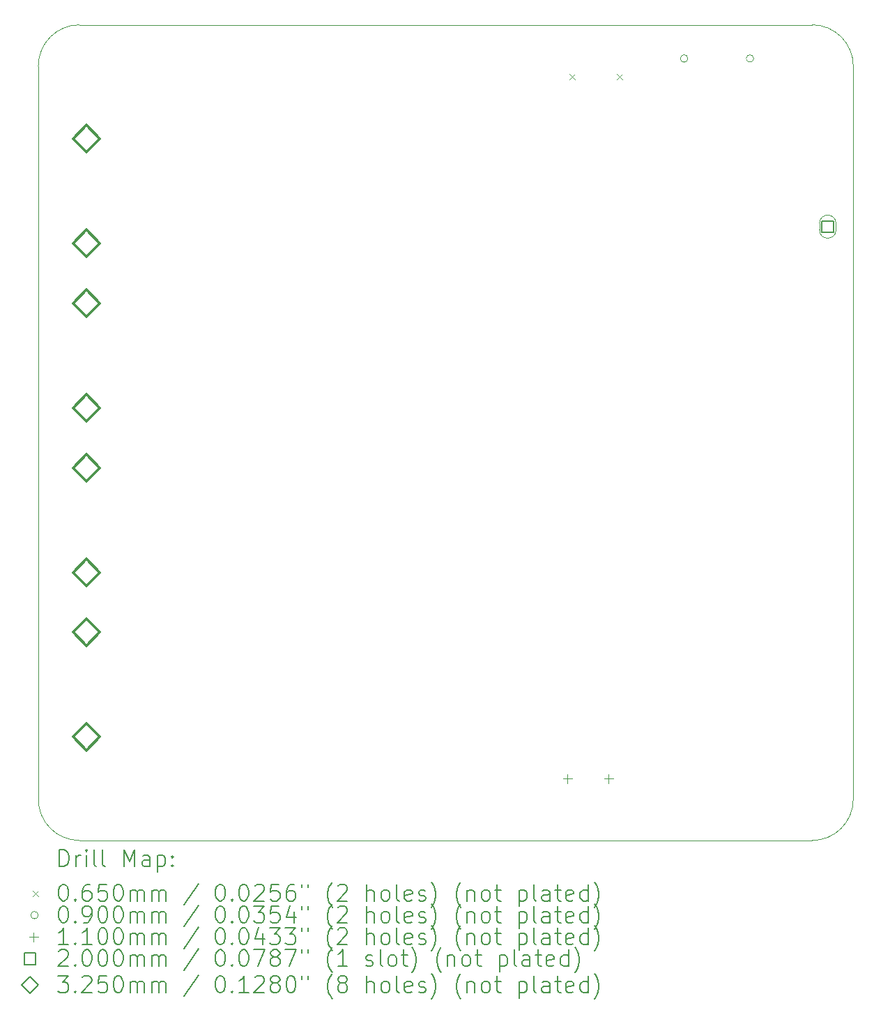
<source format=gbr>
%TF.GenerationSoftware,KiCad,Pcbnew,8.0.3*%
%TF.CreationDate,2024-11-15T01:42:40+09:00*%
%TF.ProjectId,nnct-main,6e6e6374-2d6d-4616-996e-2e6b69636164,rev?*%
%TF.SameCoordinates,Original*%
%TF.FileFunction,Drillmap*%
%TF.FilePolarity,Positive*%
%FSLAX45Y45*%
G04 Gerber Fmt 4.5, Leading zero omitted, Abs format (unit mm)*
G04 Created by KiCad (PCBNEW 8.0.3) date 2024-11-15 01:42:40*
%MOMM*%
%LPD*%
G01*
G04 APERTURE LIST*
%ADD10C,0.050000*%
%ADD11C,0.200000*%
%ADD12C,0.100000*%
%ADD13C,0.110000*%
%ADD14C,0.325000*%
G04 APERTURE END LIST*
D10*
X2045750Y-6858000D02*
X2045750Y-15758000D01*
X11445750Y-6358000D02*
G75*
G02*
X11945750Y-6858000I0J-500000D01*
G01*
X11445750Y-6358000D02*
X2545750Y-6358000D01*
X11945750Y-15758000D02*
G75*
G02*
X11445750Y-16258000I-500000J0D01*
G01*
X2545750Y-16258000D02*
G75*
G02*
X2045750Y-15758000I0J500000D01*
G01*
X11945750Y-15758000D02*
X11945750Y-6858000D01*
X2545750Y-16258000D02*
X11445750Y-16258000D01*
X2045750Y-6858000D02*
G75*
G02*
X2545750Y-6358000I500000J0D01*
G01*
D11*
D12*
X8499250Y-6953500D02*
X8564250Y-7018500D01*
X8564250Y-6953500D02*
X8499250Y-7018500D01*
X9077250Y-6953500D02*
X9142250Y-7018500D01*
X9142250Y-6953500D02*
X9077250Y-7018500D01*
X9935750Y-6766750D02*
G75*
G02*
X9845750Y-6766750I-45000J0D01*
G01*
X9845750Y-6766750D02*
G75*
G02*
X9935750Y-6766750I45000J0D01*
G01*
X10735750Y-6766750D02*
G75*
G02*
X10645750Y-6766750I-45000J0D01*
G01*
X10645750Y-6766750D02*
G75*
G02*
X10735750Y-6766750I45000J0D01*
G01*
D13*
X8475000Y-15455000D02*
X8475000Y-15565000D01*
X8420000Y-15510000D02*
X8530000Y-15510000D01*
X8975000Y-15455000D02*
X8975000Y-15565000D01*
X8920000Y-15510000D02*
X9030000Y-15510000D01*
D11*
X11706461Y-8878711D02*
X11706461Y-8737289D01*
X11565039Y-8737289D01*
X11565039Y-8878711D01*
X11706461Y-8878711D01*
D12*
X11735750Y-8848000D02*
X11735750Y-8768000D01*
X11535750Y-8768000D02*
G75*
G02*
X11735750Y-8768000I100000J0D01*
G01*
X11535750Y-8768000D02*
X11535750Y-8848000D01*
X11535750Y-8848000D02*
G75*
G03*
X11735750Y-8848000I100000J0D01*
G01*
D14*
X2631750Y-7900500D02*
X2794250Y-7738000D01*
X2631750Y-7575500D01*
X2469250Y-7738000D01*
X2631750Y-7900500D01*
X2631750Y-9170500D02*
X2794250Y-9008000D01*
X2631750Y-8845500D01*
X2469250Y-9008000D01*
X2631750Y-9170500D01*
X2631750Y-9898500D02*
X2794250Y-9736000D01*
X2631750Y-9573500D01*
X2469250Y-9736000D01*
X2631750Y-9898500D01*
X2631750Y-11168500D02*
X2794250Y-11006000D01*
X2631750Y-10843500D01*
X2469250Y-11006000D01*
X2631750Y-11168500D01*
X2631750Y-11896500D02*
X2794250Y-11734000D01*
X2631750Y-11571500D01*
X2469250Y-11734000D01*
X2631750Y-11896500D01*
X2631750Y-13166500D02*
X2794250Y-13004000D01*
X2631750Y-12841500D01*
X2469250Y-13004000D01*
X2631750Y-13166500D01*
X2631750Y-13894500D02*
X2794250Y-13732000D01*
X2631750Y-13569500D01*
X2469250Y-13732000D01*
X2631750Y-13894500D01*
X2631750Y-15164500D02*
X2794250Y-15002000D01*
X2631750Y-14839500D01*
X2469250Y-15002000D01*
X2631750Y-15164500D01*
D11*
X2304027Y-16571984D02*
X2304027Y-16371984D01*
X2304027Y-16371984D02*
X2351646Y-16371984D01*
X2351646Y-16371984D02*
X2380217Y-16381508D01*
X2380217Y-16381508D02*
X2399265Y-16400555D01*
X2399265Y-16400555D02*
X2408789Y-16419603D01*
X2408789Y-16419603D02*
X2418313Y-16457698D01*
X2418313Y-16457698D02*
X2418313Y-16486269D01*
X2418313Y-16486269D02*
X2408789Y-16524365D01*
X2408789Y-16524365D02*
X2399265Y-16543412D01*
X2399265Y-16543412D02*
X2380217Y-16562460D01*
X2380217Y-16562460D02*
X2351646Y-16571984D01*
X2351646Y-16571984D02*
X2304027Y-16571984D01*
X2504027Y-16571984D02*
X2504027Y-16438650D01*
X2504027Y-16476746D02*
X2513551Y-16457698D01*
X2513551Y-16457698D02*
X2523074Y-16448174D01*
X2523074Y-16448174D02*
X2542122Y-16438650D01*
X2542122Y-16438650D02*
X2561170Y-16438650D01*
X2627836Y-16571984D02*
X2627836Y-16438650D01*
X2627836Y-16371984D02*
X2618313Y-16381508D01*
X2618313Y-16381508D02*
X2627836Y-16391031D01*
X2627836Y-16391031D02*
X2637360Y-16381508D01*
X2637360Y-16381508D02*
X2627836Y-16371984D01*
X2627836Y-16371984D02*
X2627836Y-16391031D01*
X2751646Y-16571984D02*
X2732598Y-16562460D01*
X2732598Y-16562460D02*
X2723074Y-16543412D01*
X2723074Y-16543412D02*
X2723074Y-16371984D01*
X2856408Y-16571984D02*
X2837360Y-16562460D01*
X2837360Y-16562460D02*
X2827836Y-16543412D01*
X2827836Y-16543412D02*
X2827836Y-16371984D01*
X3084979Y-16571984D02*
X3084979Y-16371984D01*
X3084979Y-16371984D02*
X3151646Y-16514841D01*
X3151646Y-16514841D02*
X3218312Y-16371984D01*
X3218312Y-16371984D02*
X3218312Y-16571984D01*
X3399265Y-16571984D02*
X3399265Y-16467222D01*
X3399265Y-16467222D02*
X3389741Y-16448174D01*
X3389741Y-16448174D02*
X3370693Y-16438650D01*
X3370693Y-16438650D02*
X3332598Y-16438650D01*
X3332598Y-16438650D02*
X3313551Y-16448174D01*
X3399265Y-16562460D02*
X3380217Y-16571984D01*
X3380217Y-16571984D02*
X3332598Y-16571984D01*
X3332598Y-16571984D02*
X3313551Y-16562460D01*
X3313551Y-16562460D02*
X3304027Y-16543412D01*
X3304027Y-16543412D02*
X3304027Y-16524365D01*
X3304027Y-16524365D02*
X3313551Y-16505317D01*
X3313551Y-16505317D02*
X3332598Y-16495793D01*
X3332598Y-16495793D02*
X3380217Y-16495793D01*
X3380217Y-16495793D02*
X3399265Y-16486269D01*
X3494503Y-16438650D02*
X3494503Y-16638650D01*
X3494503Y-16448174D02*
X3513551Y-16438650D01*
X3513551Y-16438650D02*
X3551646Y-16438650D01*
X3551646Y-16438650D02*
X3570693Y-16448174D01*
X3570693Y-16448174D02*
X3580217Y-16457698D01*
X3580217Y-16457698D02*
X3589741Y-16476746D01*
X3589741Y-16476746D02*
X3589741Y-16533888D01*
X3589741Y-16533888D02*
X3580217Y-16552936D01*
X3580217Y-16552936D02*
X3570693Y-16562460D01*
X3570693Y-16562460D02*
X3551646Y-16571984D01*
X3551646Y-16571984D02*
X3513551Y-16571984D01*
X3513551Y-16571984D02*
X3494503Y-16562460D01*
X3675455Y-16552936D02*
X3684979Y-16562460D01*
X3684979Y-16562460D02*
X3675455Y-16571984D01*
X3675455Y-16571984D02*
X3665932Y-16562460D01*
X3665932Y-16562460D02*
X3675455Y-16552936D01*
X3675455Y-16552936D02*
X3675455Y-16571984D01*
X3675455Y-16448174D02*
X3684979Y-16457698D01*
X3684979Y-16457698D02*
X3675455Y-16467222D01*
X3675455Y-16467222D02*
X3665932Y-16457698D01*
X3665932Y-16457698D02*
X3675455Y-16448174D01*
X3675455Y-16448174D02*
X3675455Y-16467222D01*
D12*
X1978250Y-16868000D02*
X2043250Y-16933000D01*
X2043250Y-16868000D02*
X1978250Y-16933000D01*
D11*
X2342122Y-16791984D02*
X2361170Y-16791984D01*
X2361170Y-16791984D02*
X2380217Y-16801508D01*
X2380217Y-16801508D02*
X2389741Y-16811031D01*
X2389741Y-16811031D02*
X2399265Y-16830079D01*
X2399265Y-16830079D02*
X2408789Y-16868174D01*
X2408789Y-16868174D02*
X2408789Y-16915793D01*
X2408789Y-16915793D02*
X2399265Y-16953889D01*
X2399265Y-16953889D02*
X2389741Y-16972936D01*
X2389741Y-16972936D02*
X2380217Y-16982460D01*
X2380217Y-16982460D02*
X2361170Y-16991984D01*
X2361170Y-16991984D02*
X2342122Y-16991984D01*
X2342122Y-16991984D02*
X2323074Y-16982460D01*
X2323074Y-16982460D02*
X2313551Y-16972936D01*
X2313551Y-16972936D02*
X2304027Y-16953889D01*
X2304027Y-16953889D02*
X2294503Y-16915793D01*
X2294503Y-16915793D02*
X2294503Y-16868174D01*
X2294503Y-16868174D02*
X2304027Y-16830079D01*
X2304027Y-16830079D02*
X2313551Y-16811031D01*
X2313551Y-16811031D02*
X2323074Y-16801508D01*
X2323074Y-16801508D02*
X2342122Y-16791984D01*
X2494503Y-16972936D02*
X2504027Y-16982460D01*
X2504027Y-16982460D02*
X2494503Y-16991984D01*
X2494503Y-16991984D02*
X2484979Y-16982460D01*
X2484979Y-16982460D02*
X2494503Y-16972936D01*
X2494503Y-16972936D02*
X2494503Y-16991984D01*
X2675455Y-16791984D02*
X2637360Y-16791984D01*
X2637360Y-16791984D02*
X2618313Y-16801508D01*
X2618313Y-16801508D02*
X2608789Y-16811031D01*
X2608789Y-16811031D02*
X2589741Y-16839603D01*
X2589741Y-16839603D02*
X2580217Y-16877698D01*
X2580217Y-16877698D02*
X2580217Y-16953889D01*
X2580217Y-16953889D02*
X2589741Y-16972936D01*
X2589741Y-16972936D02*
X2599265Y-16982460D01*
X2599265Y-16982460D02*
X2618313Y-16991984D01*
X2618313Y-16991984D02*
X2656408Y-16991984D01*
X2656408Y-16991984D02*
X2675455Y-16982460D01*
X2675455Y-16982460D02*
X2684979Y-16972936D01*
X2684979Y-16972936D02*
X2694503Y-16953889D01*
X2694503Y-16953889D02*
X2694503Y-16906270D01*
X2694503Y-16906270D02*
X2684979Y-16887222D01*
X2684979Y-16887222D02*
X2675455Y-16877698D01*
X2675455Y-16877698D02*
X2656408Y-16868174D01*
X2656408Y-16868174D02*
X2618313Y-16868174D01*
X2618313Y-16868174D02*
X2599265Y-16877698D01*
X2599265Y-16877698D02*
X2589741Y-16887222D01*
X2589741Y-16887222D02*
X2580217Y-16906270D01*
X2875455Y-16791984D02*
X2780217Y-16791984D01*
X2780217Y-16791984D02*
X2770694Y-16887222D01*
X2770694Y-16887222D02*
X2780217Y-16877698D01*
X2780217Y-16877698D02*
X2799265Y-16868174D01*
X2799265Y-16868174D02*
X2846884Y-16868174D01*
X2846884Y-16868174D02*
X2865932Y-16877698D01*
X2865932Y-16877698D02*
X2875455Y-16887222D01*
X2875455Y-16887222D02*
X2884979Y-16906270D01*
X2884979Y-16906270D02*
X2884979Y-16953889D01*
X2884979Y-16953889D02*
X2875455Y-16972936D01*
X2875455Y-16972936D02*
X2865932Y-16982460D01*
X2865932Y-16982460D02*
X2846884Y-16991984D01*
X2846884Y-16991984D02*
X2799265Y-16991984D01*
X2799265Y-16991984D02*
X2780217Y-16982460D01*
X2780217Y-16982460D02*
X2770694Y-16972936D01*
X3008789Y-16791984D02*
X3027836Y-16791984D01*
X3027836Y-16791984D02*
X3046884Y-16801508D01*
X3046884Y-16801508D02*
X3056408Y-16811031D01*
X3056408Y-16811031D02*
X3065932Y-16830079D01*
X3065932Y-16830079D02*
X3075455Y-16868174D01*
X3075455Y-16868174D02*
X3075455Y-16915793D01*
X3075455Y-16915793D02*
X3065932Y-16953889D01*
X3065932Y-16953889D02*
X3056408Y-16972936D01*
X3056408Y-16972936D02*
X3046884Y-16982460D01*
X3046884Y-16982460D02*
X3027836Y-16991984D01*
X3027836Y-16991984D02*
X3008789Y-16991984D01*
X3008789Y-16991984D02*
X2989741Y-16982460D01*
X2989741Y-16982460D02*
X2980217Y-16972936D01*
X2980217Y-16972936D02*
X2970693Y-16953889D01*
X2970693Y-16953889D02*
X2961170Y-16915793D01*
X2961170Y-16915793D02*
X2961170Y-16868174D01*
X2961170Y-16868174D02*
X2970693Y-16830079D01*
X2970693Y-16830079D02*
X2980217Y-16811031D01*
X2980217Y-16811031D02*
X2989741Y-16801508D01*
X2989741Y-16801508D02*
X3008789Y-16791984D01*
X3161170Y-16991984D02*
X3161170Y-16858650D01*
X3161170Y-16877698D02*
X3170693Y-16868174D01*
X3170693Y-16868174D02*
X3189741Y-16858650D01*
X3189741Y-16858650D02*
X3218313Y-16858650D01*
X3218313Y-16858650D02*
X3237360Y-16868174D01*
X3237360Y-16868174D02*
X3246884Y-16887222D01*
X3246884Y-16887222D02*
X3246884Y-16991984D01*
X3246884Y-16887222D02*
X3256408Y-16868174D01*
X3256408Y-16868174D02*
X3275455Y-16858650D01*
X3275455Y-16858650D02*
X3304027Y-16858650D01*
X3304027Y-16858650D02*
X3323074Y-16868174D01*
X3323074Y-16868174D02*
X3332598Y-16887222D01*
X3332598Y-16887222D02*
X3332598Y-16991984D01*
X3427836Y-16991984D02*
X3427836Y-16858650D01*
X3427836Y-16877698D02*
X3437360Y-16868174D01*
X3437360Y-16868174D02*
X3456408Y-16858650D01*
X3456408Y-16858650D02*
X3484979Y-16858650D01*
X3484979Y-16858650D02*
X3504027Y-16868174D01*
X3504027Y-16868174D02*
X3513551Y-16887222D01*
X3513551Y-16887222D02*
X3513551Y-16991984D01*
X3513551Y-16887222D02*
X3523074Y-16868174D01*
X3523074Y-16868174D02*
X3542122Y-16858650D01*
X3542122Y-16858650D02*
X3570693Y-16858650D01*
X3570693Y-16858650D02*
X3589741Y-16868174D01*
X3589741Y-16868174D02*
X3599265Y-16887222D01*
X3599265Y-16887222D02*
X3599265Y-16991984D01*
X3989741Y-16782460D02*
X3818313Y-17039603D01*
X4246884Y-16791984D02*
X4265932Y-16791984D01*
X4265932Y-16791984D02*
X4284979Y-16801508D01*
X4284979Y-16801508D02*
X4294503Y-16811031D01*
X4294503Y-16811031D02*
X4304027Y-16830079D01*
X4304027Y-16830079D02*
X4313551Y-16868174D01*
X4313551Y-16868174D02*
X4313551Y-16915793D01*
X4313551Y-16915793D02*
X4304027Y-16953889D01*
X4304027Y-16953889D02*
X4294503Y-16972936D01*
X4294503Y-16972936D02*
X4284979Y-16982460D01*
X4284979Y-16982460D02*
X4265932Y-16991984D01*
X4265932Y-16991984D02*
X4246884Y-16991984D01*
X4246884Y-16991984D02*
X4227837Y-16982460D01*
X4227837Y-16982460D02*
X4218313Y-16972936D01*
X4218313Y-16972936D02*
X4208789Y-16953889D01*
X4208789Y-16953889D02*
X4199265Y-16915793D01*
X4199265Y-16915793D02*
X4199265Y-16868174D01*
X4199265Y-16868174D02*
X4208789Y-16830079D01*
X4208789Y-16830079D02*
X4218313Y-16811031D01*
X4218313Y-16811031D02*
X4227837Y-16801508D01*
X4227837Y-16801508D02*
X4246884Y-16791984D01*
X4399265Y-16972936D02*
X4408789Y-16982460D01*
X4408789Y-16982460D02*
X4399265Y-16991984D01*
X4399265Y-16991984D02*
X4389741Y-16982460D01*
X4389741Y-16982460D02*
X4399265Y-16972936D01*
X4399265Y-16972936D02*
X4399265Y-16991984D01*
X4532598Y-16791984D02*
X4551646Y-16791984D01*
X4551646Y-16791984D02*
X4570694Y-16801508D01*
X4570694Y-16801508D02*
X4580218Y-16811031D01*
X4580218Y-16811031D02*
X4589741Y-16830079D01*
X4589741Y-16830079D02*
X4599265Y-16868174D01*
X4599265Y-16868174D02*
X4599265Y-16915793D01*
X4599265Y-16915793D02*
X4589741Y-16953889D01*
X4589741Y-16953889D02*
X4580218Y-16972936D01*
X4580218Y-16972936D02*
X4570694Y-16982460D01*
X4570694Y-16982460D02*
X4551646Y-16991984D01*
X4551646Y-16991984D02*
X4532598Y-16991984D01*
X4532598Y-16991984D02*
X4513551Y-16982460D01*
X4513551Y-16982460D02*
X4504027Y-16972936D01*
X4504027Y-16972936D02*
X4494503Y-16953889D01*
X4494503Y-16953889D02*
X4484979Y-16915793D01*
X4484979Y-16915793D02*
X4484979Y-16868174D01*
X4484979Y-16868174D02*
X4494503Y-16830079D01*
X4494503Y-16830079D02*
X4504027Y-16811031D01*
X4504027Y-16811031D02*
X4513551Y-16801508D01*
X4513551Y-16801508D02*
X4532598Y-16791984D01*
X4675456Y-16811031D02*
X4684979Y-16801508D01*
X4684979Y-16801508D02*
X4704027Y-16791984D01*
X4704027Y-16791984D02*
X4751646Y-16791984D01*
X4751646Y-16791984D02*
X4770694Y-16801508D01*
X4770694Y-16801508D02*
X4780218Y-16811031D01*
X4780218Y-16811031D02*
X4789741Y-16830079D01*
X4789741Y-16830079D02*
X4789741Y-16849127D01*
X4789741Y-16849127D02*
X4780218Y-16877698D01*
X4780218Y-16877698D02*
X4665932Y-16991984D01*
X4665932Y-16991984D02*
X4789741Y-16991984D01*
X4970694Y-16791984D02*
X4875456Y-16791984D01*
X4875456Y-16791984D02*
X4865932Y-16887222D01*
X4865932Y-16887222D02*
X4875456Y-16877698D01*
X4875456Y-16877698D02*
X4894503Y-16868174D01*
X4894503Y-16868174D02*
X4942122Y-16868174D01*
X4942122Y-16868174D02*
X4961170Y-16877698D01*
X4961170Y-16877698D02*
X4970694Y-16887222D01*
X4970694Y-16887222D02*
X4980218Y-16906270D01*
X4980218Y-16906270D02*
X4980218Y-16953889D01*
X4980218Y-16953889D02*
X4970694Y-16972936D01*
X4970694Y-16972936D02*
X4961170Y-16982460D01*
X4961170Y-16982460D02*
X4942122Y-16991984D01*
X4942122Y-16991984D02*
X4894503Y-16991984D01*
X4894503Y-16991984D02*
X4875456Y-16982460D01*
X4875456Y-16982460D02*
X4865932Y-16972936D01*
X5151646Y-16791984D02*
X5113551Y-16791984D01*
X5113551Y-16791984D02*
X5094503Y-16801508D01*
X5094503Y-16801508D02*
X5084979Y-16811031D01*
X5084979Y-16811031D02*
X5065932Y-16839603D01*
X5065932Y-16839603D02*
X5056408Y-16877698D01*
X5056408Y-16877698D02*
X5056408Y-16953889D01*
X5056408Y-16953889D02*
X5065932Y-16972936D01*
X5065932Y-16972936D02*
X5075456Y-16982460D01*
X5075456Y-16982460D02*
X5094503Y-16991984D01*
X5094503Y-16991984D02*
X5132599Y-16991984D01*
X5132599Y-16991984D02*
X5151646Y-16982460D01*
X5151646Y-16982460D02*
X5161170Y-16972936D01*
X5161170Y-16972936D02*
X5170694Y-16953889D01*
X5170694Y-16953889D02*
X5170694Y-16906270D01*
X5170694Y-16906270D02*
X5161170Y-16887222D01*
X5161170Y-16887222D02*
X5151646Y-16877698D01*
X5151646Y-16877698D02*
X5132599Y-16868174D01*
X5132599Y-16868174D02*
X5094503Y-16868174D01*
X5094503Y-16868174D02*
X5075456Y-16877698D01*
X5075456Y-16877698D02*
X5065932Y-16887222D01*
X5065932Y-16887222D02*
X5056408Y-16906270D01*
X5246884Y-16791984D02*
X5246884Y-16830079D01*
X5323075Y-16791984D02*
X5323075Y-16830079D01*
X5618313Y-17068174D02*
X5608789Y-17058650D01*
X5608789Y-17058650D02*
X5589741Y-17030079D01*
X5589741Y-17030079D02*
X5580218Y-17011031D01*
X5580218Y-17011031D02*
X5570694Y-16982460D01*
X5570694Y-16982460D02*
X5561170Y-16934841D01*
X5561170Y-16934841D02*
X5561170Y-16896746D01*
X5561170Y-16896746D02*
X5570694Y-16849127D01*
X5570694Y-16849127D02*
X5580218Y-16820555D01*
X5580218Y-16820555D02*
X5589741Y-16801508D01*
X5589741Y-16801508D02*
X5608789Y-16772936D01*
X5608789Y-16772936D02*
X5618313Y-16763412D01*
X5684979Y-16811031D02*
X5694503Y-16801508D01*
X5694503Y-16801508D02*
X5713551Y-16791984D01*
X5713551Y-16791984D02*
X5761170Y-16791984D01*
X5761170Y-16791984D02*
X5780218Y-16801508D01*
X5780218Y-16801508D02*
X5789741Y-16811031D01*
X5789741Y-16811031D02*
X5799265Y-16830079D01*
X5799265Y-16830079D02*
X5799265Y-16849127D01*
X5799265Y-16849127D02*
X5789741Y-16877698D01*
X5789741Y-16877698D02*
X5675456Y-16991984D01*
X5675456Y-16991984D02*
X5799265Y-16991984D01*
X6037360Y-16991984D02*
X6037360Y-16791984D01*
X6123075Y-16991984D02*
X6123075Y-16887222D01*
X6123075Y-16887222D02*
X6113551Y-16868174D01*
X6113551Y-16868174D02*
X6094503Y-16858650D01*
X6094503Y-16858650D02*
X6065932Y-16858650D01*
X6065932Y-16858650D02*
X6046884Y-16868174D01*
X6046884Y-16868174D02*
X6037360Y-16877698D01*
X6246884Y-16991984D02*
X6227837Y-16982460D01*
X6227837Y-16982460D02*
X6218313Y-16972936D01*
X6218313Y-16972936D02*
X6208789Y-16953889D01*
X6208789Y-16953889D02*
X6208789Y-16896746D01*
X6208789Y-16896746D02*
X6218313Y-16877698D01*
X6218313Y-16877698D02*
X6227837Y-16868174D01*
X6227837Y-16868174D02*
X6246884Y-16858650D01*
X6246884Y-16858650D02*
X6275456Y-16858650D01*
X6275456Y-16858650D02*
X6294503Y-16868174D01*
X6294503Y-16868174D02*
X6304027Y-16877698D01*
X6304027Y-16877698D02*
X6313551Y-16896746D01*
X6313551Y-16896746D02*
X6313551Y-16953889D01*
X6313551Y-16953889D02*
X6304027Y-16972936D01*
X6304027Y-16972936D02*
X6294503Y-16982460D01*
X6294503Y-16982460D02*
X6275456Y-16991984D01*
X6275456Y-16991984D02*
X6246884Y-16991984D01*
X6427837Y-16991984D02*
X6408789Y-16982460D01*
X6408789Y-16982460D02*
X6399265Y-16963412D01*
X6399265Y-16963412D02*
X6399265Y-16791984D01*
X6580218Y-16982460D02*
X6561170Y-16991984D01*
X6561170Y-16991984D02*
X6523075Y-16991984D01*
X6523075Y-16991984D02*
X6504027Y-16982460D01*
X6504027Y-16982460D02*
X6494503Y-16963412D01*
X6494503Y-16963412D02*
X6494503Y-16887222D01*
X6494503Y-16887222D02*
X6504027Y-16868174D01*
X6504027Y-16868174D02*
X6523075Y-16858650D01*
X6523075Y-16858650D02*
X6561170Y-16858650D01*
X6561170Y-16858650D02*
X6580218Y-16868174D01*
X6580218Y-16868174D02*
X6589741Y-16887222D01*
X6589741Y-16887222D02*
X6589741Y-16906270D01*
X6589741Y-16906270D02*
X6494503Y-16925317D01*
X6665932Y-16982460D02*
X6684980Y-16991984D01*
X6684980Y-16991984D02*
X6723075Y-16991984D01*
X6723075Y-16991984D02*
X6742122Y-16982460D01*
X6742122Y-16982460D02*
X6751646Y-16963412D01*
X6751646Y-16963412D02*
X6751646Y-16953889D01*
X6751646Y-16953889D02*
X6742122Y-16934841D01*
X6742122Y-16934841D02*
X6723075Y-16925317D01*
X6723075Y-16925317D02*
X6694503Y-16925317D01*
X6694503Y-16925317D02*
X6675456Y-16915793D01*
X6675456Y-16915793D02*
X6665932Y-16896746D01*
X6665932Y-16896746D02*
X6665932Y-16887222D01*
X6665932Y-16887222D02*
X6675456Y-16868174D01*
X6675456Y-16868174D02*
X6694503Y-16858650D01*
X6694503Y-16858650D02*
X6723075Y-16858650D01*
X6723075Y-16858650D02*
X6742122Y-16868174D01*
X6818313Y-17068174D02*
X6827837Y-17058650D01*
X6827837Y-17058650D02*
X6846884Y-17030079D01*
X6846884Y-17030079D02*
X6856408Y-17011031D01*
X6856408Y-17011031D02*
X6865932Y-16982460D01*
X6865932Y-16982460D02*
X6875456Y-16934841D01*
X6875456Y-16934841D02*
X6875456Y-16896746D01*
X6875456Y-16896746D02*
X6865932Y-16849127D01*
X6865932Y-16849127D02*
X6856408Y-16820555D01*
X6856408Y-16820555D02*
X6846884Y-16801508D01*
X6846884Y-16801508D02*
X6827837Y-16772936D01*
X6827837Y-16772936D02*
X6818313Y-16763412D01*
X7180218Y-17068174D02*
X7170694Y-17058650D01*
X7170694Y-17058650D02*
X7151646Y-17030079D01*
X7151646Y-17030079D02*
X7142122Y-17011031D01*
X7142122Y-17011031D02*
X7132599Y-16982460D01*
X7132599Y-16982460D02*
X7123075Y-16934841D01*
X7123075Y-16934841D02*
X7123075Y-16896746D01*
X7123075Y-16896746D02*
X7132599Y-16849127D01*
X7132599Y-16849127D02*
X7142122Y-16820555D01*
X7142122Y-16820555D02*
X7151646Y-16801508D01*
X7151646Y-16801508D02*
X7170694Y-16772936D01*
X7170694Y-16772936D02*
X7180218Y-16763412D01*
X7256408Y-16858650D02*
X7256408Y-16991984D01*
X7256408Y-16877698D02*
X7265932Y-16868174D01*
X7265932Y-16868174D02*
X7284980Y-16858650D01*
X7284980Y-16858650D02*
X7313551Y-16858650D01*
X7313551Y-16858650D02*
X7332599Y-16868174D01*
X7332599Y-16868174D02*
X7342122Y-16887222D01*
X7342122Y-16887222D02*
X7342122Y-16991984D01*
X7465932Y-16991984D02*
X7446884Y-16982460D01*
X7446884Y-16982460D02*
X7437361Y-16972936D01*
X7437361Y-16972936D02*
X7427837Y-16953889D01*
X7427837Y-16953889D02*
X7427837Y-16896746D01*
X7427837Y-16896746D02*
X7437361Y-16877698D01*
X7437361Y-16877698D02*
X7446884Y-16868174D01*
X7446884Y-16868174D02*
X7465932Y-16858650D01*
X7465932Y-16858650D02*
X7494503Y-16858650D01*
X7494503Y-16858650D02*
X7513551Y-16868174D01*
X7513551Y-16868174D02*
X7523075Y-16877698D01*
X7523075Y-16877698D02*
X7532599Y-16896746D01*
X7532599Y-16896746D02*
X7532599Y-16953889D01*
X7532599Y-16953889D02*
X7523075Y-16972936D01*
X7523075Y-16972936D02*
X7513551Y-16982460D01*
X7513551Y-16982460D02*
X7494503Y-16991984D01*
X7494503Y-16991984D02*
X7465932Y-16991984D01*
X7589742Y-16858650D02*
X7665932Y-16858650D01*
X7618313Y-16791984D02*
X7618313Y-16963412D01*
X7618313Y-16963412D02*
X7627837Y-16982460D01*
X7627837Y-16982460D02*
X7646884Y-16991984D01*
X7646884Y-16991984D02*
X7665932Y-16991984D01*
X7884980Y-16858650D02*
X7884980Y-17058650D01*
X7884980Y-16868174D02*
X7904027Y-16858650D01*
X7904027Y-16858650D02*
X7942123Y-16858650D01*
X7942123Y-16858650D02*
X7961170Y-16868174D01*
X7961170Y-16868174D02*
X7970694Y-16877698D01*
X7970694Y-16877698D02*
X7980218Y-16896746D01*
X7980218Y-16896746D02*
X7980218Y-16953889D01*
X7980218Y-16953889D02*
X7970694Y-16972936D01*
X7970694Y-16972936D02*
X7961170Y-16982460D01*
X7961170Y-16982460D02*
X7942123Y-16991984D01*
X7942123Y-16991984D02*
X7904027Y-16991984D01*
X7904027Y-16991984D02*
X7884980Y-16982460D01*
X8094503Y-16991984D02*
X8075456Y-16982460D01*
X8075456Y-16982460D02*
X8065932Y-16963412D01*
X8065932Y-16963412D02*
X8065932Y-16791984D01*
X8256408Y-16991984D02*
X8256408Y-16887222D01*
X8256408Y-16887222D02*
X8246884Y-16868174D01*
X8246884Y-16868174D02*
X8227837Y-16858650D01*
X8227837Y-16858650D02*
X8189742Y-16858650D01*
X8189742Y-16858650D02*
X8170694Y-16868174D01*
X8256408Y-16982460D02*
X8237361Y-16991984D01*
X8237361Y-16991984D02*
X8189742Y-16991984D01*
X8189742Y-16991984D02*
X8170694Y-16982460D01*
X8170694Y-16982460D02*
X8161170Y-16963412D01*
X8161170Y-16963412D02*
X8161170Y-16944365D01*
X8161170Y-16944365D02*
X8170694Y-16925317D01*
X8170694Y-16925317D02*
X8189742Y-16915793D01*
X8189742Y-16915793D02*
X8237361Y-16915793D01*
X8237361Y-16915793D02*
X8256408Y-16906270D01*
X8323075Y-16858650D02*
X8399265Y-16858650D01*
X8351646Y-16791984D02*
X8351646Y-16963412D01*
X8351646Y-16963412D02*
X8361170Y-16982460D01*
X8361170Y-16982460D02*
X8380218Y-16991984D01*
X8380218Y-16991984D02*
X8399265Y-16991984D01*
X8542123Y-16982460D02*
X8523075Y-16991984D01*
X8523075Y-16991984D02*
X8484980Y-16991984D01*
X8484980Y-16991984D02*
X8465932Y-16982460D01*
X8465932Y-16982460D02*
X8456408Y-16963412D01*
X8456408Y-16963412D02*
X8456408Y-16887222D01*
X8456408Y-16887222D02*
X8465932Y-16868174D01*
X8465932Y-16868174D02*
X8484980Y-16858650D01*
X8484980Y-16858650D02*
X8523075Y-16858650D01*
X8523075Y-16858650D02*
X8542123Y-16868174D01*
X8542123Y-16868174D02*
X8551646Y-16887222D01*
X8551646Y-16887222D02*
X8551646Y-16906270D01*
X8551646Y-16906270D02*
X8456408Y-16925317D01*
X8723075Y-16991984D02*
X8723075Y-16791984D01*
X8723075Y-16982460D02*
X8704027Y-16991984D01*
X8704027Y-16991984D02*
X8665932Y-16991984D01*
X8665932Y-16991984D02*
X8646885Y-16982460D01*
X8646885Y-16982460D02*
X8637361Y-16972936D01*
X8637361Y-16972936D02*
X8627837Y-16953889D01*
X8627837Y-16953889D02*
X8627837Y-16896746D01*
X8627837Y-16896746D02*
X8637361Y-16877698D01*
X8637361Y-16877698D02*
X8646885Y-16868174D01*
X8646885Y-16868174D02*
X8665932Y-16858650D01*
X8665932Y-16858650D02*
X8704027Y-16858650D01*
X8704027Y-16858650D02*
X8723075Y-16868174D01*
X8799266Y-17068174D02*
X8808789Y-17058650D01*
X8808789Y-17058650D02*
X8827837Y-17030079D01*
X8827837Y-17030079D02*
X8837361Y-17011031D01*
X8837361Y-17011031D02*
X8846885Y-16982460D01*
X8846885Y-16982460D02*
X8856408Y-16934841D01*
X8856408Y-16934841D02*
X8856408Y-16896746D01*
X8856408Y-16896746D02*
X8846885Y-16849127D01*
X8846885Y-16849127D02*
X8837361Y-16820555D01*
X8837361Y-16820555D02*
X8827837Y-16801508D01*
X8827837Y-16801508D02*
X8808789Y-16772936D01*
X8808789Y-16772936D02*
X8799266Y-16763412D01*
D12*
X2043250Y-17164500D02*
G75*
G02*
X1953250Y-17164500I-45000J0D01*
G01*
X1953250Y-17164500D02*
G75*
G02*
X2043250Y-17164500I45000J0D01*
G01*
D11*
X2342122Y-17055984D02*
X2361170Y-17055984D01*
X2361170Y-17055984D02*
X2380217Y-17065508D01*
X2380217Y-17065508D02*
X2389741Y-17075031D01*
X2389741Y-17075031D02*
X2399265Y-17094079D01*
X2399265Y-17094079D02*
X2408789Y-17132174D01*
X2408789Y-17132174D02*
X2408789Y-17179793D01*
X2408789Y-17179793D02*
X2399265Y-17217889D01*
X2399265Y-17217889D02*
X2389741Y-17236936D01*
X2389741Y-17236936D02*
X2380217Y-17246460D01*
X2380217Y-17246460D02*
X2361170Y-17255984D01*
X2361170Y-17255984D02*
X2342122Y-17255984D01*
X2342122Y-17255984D02*
X2323074Y-17246460D01*
X2323074Y-17246460D02*
X2313551Y-17236936D01*
X2313551Y-17236936D02*
X2304027Y-17217889D01*
X2304027Y-17217889D02*
X2294503Y-17179793D01*
X2294503Y-17179793D02*
X2294503Y-17132174D01*
X2294503Y-17132174D02*
X2304027Y-17094079D01*
X2304027Y-17094079D02*
X2313551Y-17075031D01*
X2313551Y-17075031D02*
X2323074Y-17065508D01*
X2323074Y-17065508D02*
X2342122Y-17055984D01*
X2494503Y-17236936D02*
X2504027Y-17246460D01*
X2504027Y-17246460D02*
X2494503Y-17255984D01*
X2494503Y-17255984D02*
X2484979Y-17246460D01*
X2484979Y-17246460D02*
X2494503Y-17236936D01*
X2494503Y-17236936D02*
X2494503Y-17255984D01*
X2599265Y-17255984D02*
X2637360Y-17255984D01*
X2637360Y-17255984D02*
X2656408Y-17246460D01*
X2656408Y-17246460D02*
X2665932Y-17236936D01*
X2665932Y-17236936D02*
X2684979Y-17208365D01*
X2684979Y-17208365D02*
X2694503Y-17170270D01*
X2694503Y-17170270D02*
X2694503Y-17094079D01*
X2694503Y-17094079D02*
X2684979Y-17075031D01*
X2684979Y-17075031D02*
X2675455Y-17065508D01*
X2675455Y-17065508D02*
X2656408Y-17055984D01*
X2656408Y-17055984D02*
X2618313Y-17055984D01*
X2618313Y-17055984D02*
X2599265Y-17065508D01*
X2599265Y-17065508D02*
X2589741Y-17075031D01*
X2589741Y-17075031D02*
X2580217Y-17094079D01*
X2580217Y-17094079D02*
X2580217Y-17141698D01*
X2580217Y-17141698D02*
X2589741Y-17160746D01*
X2589741Y-17160746D02*
X2599265Y-17170270D01*
X2599265Y-17170270D02*
X2618313Y-17179793D01*
X2618313Y-17179793D02*
X2656408Y-17179793D01*
X2656408Y-17179793D02*
X2675455Y-17170270D01*
X2675455Y-17170270D02*
X2684979Y-17160746D01*
X2684979Y-17160746D02*
X2694503Y-17141698D01*
X2818312Y-17055984D02*
X2837360Y-17055984D01*
X2837360Y-17055984D02*
X2856408Y-17065508D01*
X2856408Y-17065508D02*
X2865932Y-17075031D01*
X2865932Y-17075031D02*
X2875455Y-17094079D01*
X2875455Y-17094079D02*
X2884979Y-17132174D01*
X2884979Y-17132174D02*
X2884979Y-17179793D01*
X2884979Y-17179793D02*
X2875455Y-17217889D01*
X2875455Y-17217889D02*
X2865932Y-17236936D01*
X2865932Y-17236936D02*
X2856408Y-17246460D01*
X2856408Y-17246460D02*
X2837360Y-17255984D01*
X2837360Y-17255984D02*
X2818312Y-17255984D01*
X2818312Y-17255984D02*
X2799265Y-17246460D01*
X2799265Y-17246460D02*
X2789741Y-17236936D01*
X2789741Y-17236936D02*
X2780217Y-17217889D01*
X2780217Y-17217889D02*
X2770694Y-17179793D01*
X2770694Y-17179793D02*
X2770694Y-17132174D01*
X2770694Y-17132174D02*
X2780217Y-17094079D01*
X2780217Y-17094079D02*
X2789741Y-17075031D01*
X2789741Y-17075031D02*
X2799265Y-17065508D01*
X2799265Y-17065508D02*
X2818312Y-17055984D01*
X3008789Y-17055984D02*
X3027836Y-17055984D01*
X3027836Y-17055984D02*
X3046884Y-17065508D01*
X3046884Y-17065508D02*
X3056408Y-17075031D01*
X3056408Y-17075031D02*
X3065932Y-17094079D01*
X3065932Y-17094079D02*
X3075455Y-17132174D01*
X3075455Y-17132174D02*
X3075455Y-17179793D01*
X3075455Y-17179793D02*
X3065932Y-17217889D01*
X3065932Y-17217889D02*
X3056408Y-17236936D01*
X3056408Y-17236936D02*
X3046884Y-17246460D01*
X3046884Y-17246460D02*
X3027836Y-17255984D01*
X3027836Y-17255984D02*
X3008789Y-17255984D01*
X3008789Y-17255984D02*
X2989741Y-17246460D01*
X2989741Y-17246460D02*
X2980217Y-17236936D01*
X2980217Y-17236936D02*
X2970693Y-17217889D01*
X2970693Y-17217889D02*
X2961170Y-17179793D01*
X2961170Y-17179793D02*
X2961170Y-17132174D01*
X2961170Y-17132174D02*
X2970693Y-17094079D01*
X2970693Y-17094079D02*
X2980217Y-17075031D01*
X2980217Y-17075031D02*
X2989741Y-17065508D01*
X2989741Y-17065508D02*
X3008789Y-17055984D01*
X3161170Y-17255984D02*
X3161170Y-17122650D01*
X3161170Y-17141698D02*
X3170693Y-17132174D01*
X3170693Y-17132174D02*
X3189741Y-17122650D01*
X3189741Y-17122650D02*
X3218313Y-17122650D01*
X3218313Y-17122650D02*
X3237360Y-17132174D01*
X3237360Y-17132174D02*
X3246884Y-17151222D01*
X3246884Y-17151222D02*
X3246884Y-17255984D01*
X3246884Y-17151222D02*
X3256408Y-17132174D01*
X3256408Y-17132174D02*
X3275455Y-17122650D01*
X3275455Y-17122650D02*
X3304027Y-17122650D01*
X3304027Y-17122650D02*
X3323074Y-17132174D01*
X3323074Y-17132174D02*
X3332598Y-17151222D01*
X3332598Y-17151222D02*
X3332598Y-17255984D01*
X3427836Y-17255984D02*
X3427836Y-17122650D01*
X3427836Y-17141698D02*
X3437360Y-17132174D01*
X3437360Y-17132174D02*
X3456408Y-17122650D01*
X3456408Y-17122650D02*
X3484979Y-17122650D01*
X3484979Y-17122650D02*
X3504027Y-17132174D01*
X3504027Y-17132174D02*
X3513551Y-17151222D01*
X3513551Y-17151222D02*
X3513551Y-17255984D01*
X3513551Y-17151222D02*
X3523074Y-17132174D01*
X3523074Y-17132174D02*
X3542122Y-17122650D01*
X3542122Y-17122650D02*
X3570693Y-17122650D01*
X3570693Y-17122650D02*
X3589741Y-17132174D01*
X3589741Y-17132174D02*
X3599265Y-17151222D01*
X3599265Y-17151222D02*
X3599265Y-17255984D01*
X3989741Y-17046460D02*
X3818313Y-17303603D01*
X4246884Y-17055984D02*
X4265932Y-17055984D01*
X4265932Y-17055984D02*
X4284979Y-17065508D01*
X4284979Y-17065508D02*
X4294503Y-17075031D01*
X4294503Y-17075031D02*
X4304027Y-17094079D01*
X4304027Y-17094079D02*
X4313551Y-17132174D01*
X4313551Y-17132174D02*
X4313551Y-17179793D01*
X4313551Y-17179793D02*
X4304027Y-17217889D01*
X4304027Y-17217889D02*
X4294503Y-17236936D01*
X4294503Y-17236936D02*
X4284979Y-17246460D01*
X4284979Y-17246460D02*
X4265932Y-17255984D01*
X4265932Y-17255984D02*
X4246884Y-17255984D01*
X4246884Y-17255984D02*
X4227837Y-17246460D01*
X4227837Y-17246460D02*
X4218313Y-17236936D01*
X4218313Y-17236936D02*
X4208789Y-17217889D01*
X4208789Y-17217889D02*
X4199265Y-17179793D01*
X4199265Y-17179793D02*
X4199265Y-17132174D01*
X4199265Y-17132174D02*
X4208789Y-17094079D01*
X4208789Y-17094079D02*
X4218313Y-17075031D01*
X4218313Y-17075031D02*
X4227837Y-17065508D01*
X4227837Y-17065508D02*
X4246884Y-17055984D01*
X4399265Y-17236936D02*
X4408789Y-17246460D01*
X4408789Y-17246460D02*
X4399265Y-17255984D01*
X4399265Y-17255984D02*
X4389741Y-17246460D01*
X4389741Y-17246460D02*
X4399265Y-17236936D01*
X4399265Y-17236936D02*
X4399265Y-17255984D01*
X4532598Y-17055984D02*
X4551646Y-17055984D01*
X4551646Y-17055984D02*
X4570694Y-17065508D01*
X4570694Y-17065508D02*
X4580218Y-17075031D01*
X4580218Y-17075031D02*
X4589741Y-17094079D01*
X4589741Y-17094079D02*
X4599265Y-17132174D01*
X4599265Y-17132174D02*
X4599265Y-17179793D01*
X4599265Y-17179793D02*
X4589741Y-17217889D01*
X4589741Y-17217889D02*
X4580218Y-17236936D01*
X4580218Y-17236936D02*
X4570694Y-17246460D01*
X4570694Y-17246460D02*
X4551646Y-17255984D01*
X4551646Y-17255984D02*
X4532598Y-17255984D01*
X4532598Y-17255984D02*
X4513551Y-17246460D01*
X4513551Y-17246460D02*
X4504027Y-17236936D01*
X4504027Y-17236936D02*
X4494503Y-17217889D01*
X4494503Y-17217889D02*
X4484979Y-17179793D01*
X4484979Y-17179793D02*
X4484979Y-17132174D01*
X4484979Y-17132174D02*
X4494503Y-17094079D01*
X4494503Y-17094079D02*
X4504027Y-17075031D01*
X4504027Y-17075031D02*
X4513551Y-17065508D01*
X4513551Y-17065508D02*
X4532598Y-17055984D01*
X4665932Y-17055984D02*
X4789741Y-17055984D01*
X4789741Y-17055984D02*
X4723075Y-17132174D01*
X4723075Y-17132174D02*
X4751646Y-17132174D01*
X4751646Y-17132174D02*
X4770694Y-17141698D01*
X4770694Y-17141698D02*
X4780218Y-17151222D01*
X4780218Y-17151222D02*
X4789741Y-17170270D01*
X4789741Y-17170270D02*
X4789741Y-17217889D01*
X4789741Y-17217889D02*
X4780218Y-17236936D01*
X4780218Y-17236936D02*
X4770694Y-17246460D01*
X4770694Y-17246460D02*
X4751646Y-17255984D01*
X4751646Y-17255984D02*
X4694503Y-17255984D01*
X4694503Y-17255984D02*
X4675456Y-17246460D01*
X4675456Y-17246460D02*
X4665932Y-17236936D01*
X4970694Y-17055984D02*
X4875456Y-17055984D01*
X4875456Y-17055984D02*
X4865932Y-17151222D01*
X4865932Y-17151222D02*
X4875456Y-17141698D01*
X4875456Y-17141698D02*
X4894503Y-17132174D01*
X4894503Y-17132174D02*
X4942122Y-17132174D01*
X4942122Y-17132174D02*
X4961170Y-17141698D01*
X4961170Y-17141698D02*
X4970694Y-17151222D01*
X4970694Y-17151222D02*
X4980218Y-17170270D01*
X4980218Y-17170270D02*
X4980218Y-17217889D01*
X4980218Y-17217889D02*
X4970694Y-17236936D01*
X4970694Y-17236936D02*
X4961170Y-17246460D01*
X4961170Y-17246460D02*
X4942122Y-17255984D01*
X4942122Y-17255984D02*
X4894503Y-17255984D01*
X4894503Y-17255984D02*
X4875456Y-17246460D01*
X4875456Y-17246460D02*
X4865932Y-17236936D01*
X5151646Y-17122650D02*
X5151646Y-17255984D01*
X5104027Y-17046460D02*
X5056408Y-17189317D01*
X5056408Y-17189317D02*
X5180218Y-17189317D01*
X5246884Y-17055984D02*
X5246884Y-17094079D01*
X5323075Y-17055984D02*
X5323075Y-17094079D01*
X5618313Y-17332174D02*
X5608789Y-17322650D01*
X5608789Y-17322650D02*
X5589741Y-17294079D01*
X5589741Y-17294079D02*
X5580218Y-17275031D01*
X5580218Y-17275031D02*
X5570694Y-17246460D01*
X5570694Y-17246460D02*
X5561170Y-17198841D01*
X5561170Y-17198841D02*
X5561170Y-17160746D01*
X5561170Y-17160746D02*
X5570694Y-17113127D01*
X5570694Y-17113127D02*
X5580218Y-17084555D01*
X5580218Y-17084555D02*
X5589741Y-17065508D01*
X5589741Y-17065508D02*
X5608789Y-17036936D01*
X5608789Y-17036936D02*
X5618313Y-17027412D01*
X5684979Y-17075031D02*
X5694503Y-17065508D01*
X5694503Y-17065508D02*
X5713551Y-17055984D01*
X5713551Y-17055984D02*
X5761170Y-17055984D01*
X5761170Y-17055984D02*
X5780218Y-17065508D01*
X5780218Y-17065508D02*
X5789741Y-17075031D01*
X5789741Y-17075031D02*
X5799265Y-17094079D01*
X5799265Y-17094079D02*
X5799265Y-17113127D01*
X5799265Y-17113127D02*
X5789741Y-17141698D01*
X5789741Y-17141698D02*
X5675456Y-17255984D01*
X5675456Y-17255984D02*
X5799265Y-17255984D01*
X6037360Y-17255984D02*
X6037360Y-17055984D01*
X6123075Y-17255984D02*
X6123075Y-17151222D01*
X6123075Y-17151222D02*
X6113551Y-17132174D01*
X6113551Y-17132174D02*
X6094503Y-17122650D01*
X6094503Y-17122650D02*
X6065932Y-17122650D01*
X6065932Y-17122650D02*
X6046884Y-17132174D01*
X6046884Y-17132174D02*
X6037360Y-17141698D01*
X6246884Y-17255984D02*
X6227837Y-17246460D01*
X6227837Y-17246460D02*
X6218313Y-17236936D01*
X6218313Y-17236936D02*
X6208789Y-17217889D01*
X6208789Y-17217889D02*
X6208789Y-17160746D01*
X6208789Y-17160746D02*
X6218313Y-17141698D01*
X6218313Y-17141698D02*
X6227837Y-17132174D01*
X6227837Y-17132174D02*
X6246884Y-17122650D01*
X6246884Y-17122650D02*
X6275456Y-17122650D01*
X6275456Y-17122650D02*
X6294503Y-17132174D01*
X6294503Y-17132174D02*
X6304027Y-17141698D01*
X6304027Y-17141698D02*
X6313551Y-17160746D01*
X6313551Y-17160746D02*
X6313551Y-17217889D01*
X6313551Y-17217889D02*
X6304027Y-17236936D01*
X6304027Y-17236936D02*
X6294503Y-17246460D01*
X6294503Y-17246460D02*
X6275456Y-17255984D01*
X6275456Y-17255984D02*
X6246884Y-17255984D01*
X6427837Y-17255984D02*
X6408789Y-17246460D01*
X6408789Y-17246460D02*
X6399265Y-17227412D01*
X6399265Y-17227412D02*
X6399265Y-17055984D01*
X6580218Y-17246460D02*
X6561170Y-17255984D01*
X6561170Y-17255984D02*
X6523075Y-17255984D01*
X6523075Y-17255984D02*
X6504027Y-17246460D01*
X6504027Y-17246460D02*
X6494503Y-17227412D01*
X6494503Y-17227412D02*
X6494503Y-17151222D01*
X6494503Y-17151222D02*
X6504027Y-17132174D01*
X6504027Y-17132174D02*
X6523075Y-17122650D01*
X6523075Y-17122650D02*
X6561170Y-17122650D01*
X6561170Y-17122650D02*
X6580218Y-17132174D01*
X6580218Y-17132174D02*
X6589741Y-17151222D01*
X6589741Y-17151222D02*
X6589741Y-17170270D01*
X6589741Y-17170270D02*
X6494503Y-17189317D01*
X6665932Y-17246460D02*
X6684980Y-17255984D01*
X6684980Y-17255984D02*
X6723075Y-17255984D01*
X6723075Y-17255984D02*
X6742122Y-17246460D01*
X6742122Y-17246460D02*
X6751646Y-17227412D01*
X6751646Y-17227412D02*
X6751646Y-17217889D01*
X6751646Y-17217889D02*
X6742122Y-17198841D01*
X6742122Y-17198841D02*
X6723075Y-17189317D01*
X6723075Y-17189317D02*
X6694503Y-17189317D01*
X6694503Y-17189317D02*
X6675456Y-17179793D01*
X6675456Y-17179793D02*
X6665932Y-17160746D01*
X6665932Y-17160746D02*
X6665932Y-17151222D01*
X6665932Y-17151222D02*
X6675456Y-17132174D01*
X6675456Y-17132174D02*
X6694503Y-17122650D01*
X6694503Y-17122650D02*
X6723075Y-17122650D01*
X6723075Y-17122650D02*
X6742122Y-17132174D01*
X6818313Y-17332174D02*
X6827837Y-17322650D01*
X6827837Y-17322650D02*
X6846884Y-17294079D01*
X6846884Y-17294079D02*
X6856408Y-17275031D01*
X6856408Y-17275031D02*
X6865932Y-17246460D01*
X6865932Y-17246460D02*
X6875456Y-17198841D01*
X6875456Y-17198841D02*
X6875456Y-17160746D01*
X6875456Y-17160746D02*
X6865932Y-17113127D01*
X6865932Y-17113127D02*
X6856408Y-17084555D01*
X6856408Y-17084555D02*
X6846884Y-17065508D01*
X6846884Y-17065508D02*
X6827837Y-17036936D01*
X6827837Y-17036936D02*
X6818313Y-17027412D01*
X7180218Y-17332174D02*
X7170694Y-17322650D01*
X7170694Y-17322650D02*
X7151646Y-17294079D01*
X7151646Y-17294079D02*
X7142122Y-17275031D01*
X7142122Y-17275031D02*
X7132599Y-17246460D01*
X7132599Y-17246460D02*
X7123075Y-17198841D01*
X7123075Y-17198841D02*
X7123075Y-17160746D01*
X7123075Y-17160746D02*
X7132599Y-17113127D01*
X7132599Y-17113127D02*
X7142122Y-17084555D01*
X7142122Y-17084555D02*
X7151646Y-17065508D01*
X7151646Y-17065508D02*
X7170694Y-17036936D01*
X7170694Y-17036936D02*
X7180218Y-17027412D01*
X7256408Y-17122650D02*
X7256408Y-17255984D01*
X7256408Y-17141698D02*
X7265932Y-17132174D01*
X7265932Y-17132174D02*
X7284980Y-17122650D01*
X7284980Y-17122650D02*
X7313551Y-17122650D01*
X7313551Y-17122650D02*
X7332599Y-17132174D01*
X7332599Y-17132174D02*
X7342122Y-17151222D01*
X7342122Y-17151222D02*
X7342122Y-17255984D01*
X7465932Y-17255984D02*
X7446884Y-17246460D01*
X7446884Y-17246460D02*
X7437361Y-17236936D01*
X7437361Y-17236936D02*
X7427837Y-17217889D01*
X7427837Y-17217889D02*
X7427837Y-17160746D01*
X7427837Y-17160746D02*
X7437361Y-17141698D01*
X7437361Y-17141698D02*
X7446884Y-17132174D01*
X7446884Y-17132174D02*
X7465932Y-17122650D01*
X7465932Y-17122650D02*
X7494503Y-17122650D01*
X7494503Y-17122650D02*
X7513551Y-17132174D01*
X7513551Y-17132174D02*
X7523075Y-17141698D01*
X7523075Y-17141698D02*
X7532599Y-17160746D01*
X7532599Y-17160746D02*
X7532599Y-17217889D01*
X7532599Y-17217889D02*
X7523075Y-17236936D01*
X7523075Y-17236936D02*
X7513551Y-17246460D01*
X7513551Y-17246460D02*
X7494503Y-17255984D01*
X7494503Y-17255984D02*
X7465932Y-17255984D01*
X7589742Y-17122650D02*
X7665932Y-17122650D01*
X7618313Y-17055984D02*
X7618313Y-17227412D01*
X7618313Y-17227412D02*
X7627837Y-17246460D01*
X7627837Y-17246460D02*
X7646884Y-17255984D01*
X7646884Y-17255984D02*
X7665932Y-17255984D01*
X7884980Y-17122650D02*
X7884980Y-17322650D01*
X7884980Y-17132174D02*
X7904027Y-17122650D01*
X7904027Y-17122650D02*
X7942123Y-17122650D01*
X7942123Y-17122650D02*
X7961170Y-17132174D01*
X7961170Y-17132174D02*
X7970694Y-17141698D01*
X7970694Y-17141698D02*
X7980218Y-17160746D01*
X7980218Y-17160746D02*
X7980218Y-17217889D01*
X7980218Y-17217889D02*
X7970694Y-17236936D01*
X7970694Y-17236936D02*
X7961170Y-17246460D01*
X7961170Y-17246460D02*
X7942123Y-17255984D01*
X7942123Y-17255984D02*
X7904027Y-17255984D01*
X7904027Y-17255984D02*
X7884980Y-17246460D01*
X8094503Y-17255984D02*
X8075456Y-17246460D01*
X8075456Y-17246460D02*
X8065932Y-17227412D01*
X8065932Y-17227412D02*
X8065932Y-17055984D01*
X8256408Y-17255984D02*
X8256408Y-17151222D01*
X8256408Y-17151222D02*
X8246884Y-17132174D01*
X8246884Y-17132174D02*
X8227837Y-17122650D01*
X8227837Y-17122650D02*
X8189742Y-17122650D01*
X8189742Y-17122650D02*
X8170694Y-17132174D01*
X8256408Y-17246460D02*
X8237361Y-17255984D01*
X8237361Y-17255984D02*
X8189742Y-17255984D01*
X8189742Y-17255984D02*
X8170694Y-17246460D01*
X8170694Y-17246460D02*
X8161170Y-17227412D01*
X8161170Y-17227412D02*
X8161170Y-17208365D01*
X8161170Y-17208365D02*
X8170694Y-17189317D01*
X8170694Y-17189317D02*
X8189742Y-17179793D01*
X8189742Y-17179793D02*
X8237361Y-17179793D01*
X8237361Y-17179793D02*
X8256408Y-17170270D01*
X8323075Y-17122650D02*
X8399265Y-17122650D01*
X8351646Y-17055984D02*
X8351646Y-17227412D01*
X8351646Y-17227412D02*
X8361170Y-17246460D01*
X8361170Y-17246460D02*
X8380218Y-17255984D01*
X8380218Y-17255984D02*
X8399265Y-17255984D01*
X8542123Y-17246460D02*
X8523075Y-17255984D01*
X8523075Y-17255984D02*
X8484980Y-17255984D01*
X8484980Y-17255984D02*
X8465932Y-17246460D01*
X8465932Y-17246460D02*
X8456408Y-17227412D01*
X8456408Y-17227412D02*
X8456408Y-17151222D01*
X8456408Y-17151222D02*
X8465932Y-17132174D01*
X8465932Y-17132174D02*
X8484980Y-17122650D01*
X8484980Y-17122650D02*
X8523075Y-17122650D01*
X8523075Y-17122650D02*
X8542123Y-17132174D01*
X8542123Y-17132174D02*
X8551646Y-17151222D01*
X8551646Y-17151222D02*
X8551646Y-17170270D01*
X8551646Y-17170270D02*
X8456408Y-17189317D01*
X8723075Y-17255984D02*
X8723075Y-17055984D01*
X8723075Y-17246460D02*
X8704027Y-17255984D01*
X8704027Y-17255984D02*
X8665932Y-17255984D01*
X8665932Y-17255984D02*
X8646885Y-17246460D01*
X8646885Y-17246460D02*
X8637361Y-17236936D01*
X8637361Y-17236936D02*
X8627837Y-17217889D01*
X8627837Y-17217889D02*
X8627837Y-17160746D01*
X8627837Y-17160746D02*
X8637361Y-17141698D01*
X8637361Y-17141698D02*
X8646885Y-17132174D01*
X8646885Y-17132174D02*
X8665932Y-17122650D01*
X8665932Y-17122650D02*
X8704027Y-17122650D01*
X8704027Y-17122650D02*
X8723075Y-17132174D01*
X8799266Y-17332174D02*
X8808789Y-17322650D01*
X8808789Y-17322650D02*
X8827837Y-17294079D01*
X8827837Y-17294079D02*
X8837361Y-17275031D01*
X8837361Y-17275031D02*
X8846885Y-17246460D01*
X8846885Y-17246460D02*
X8856408Y-17198841D01*
X8856408Y-17198841D02*
X8856408Y-17160746D01*
X8856408Y-17160746D02*
X8846885Y-17113127D01*
X8846885Y-17113127D02*
X8837361Y-17084555D01*
X8837361Y-17084555D02*
X8827837Y-17065508D01*
X8827837Y-17065508D02*
X8808789Y-17036936D01*
X8808789Y-17036936D02*
X8799266Y-17027412D01*
D13*
X1988250Y-17373500D02*
X1988250Y-17483500D01*
X1933250Y-17428500D02*
X2043250Y-17428500D01*
D11*
X2408789Y-17519984D02*
X2294503Y-17519984D01*
X2351646Y-17519984D02*
X2351646Y-17319984D01*
X2351646Y-17319984D02*
X2332598Y-17348555D01*
X2332598Y-17348555D02*
X2313551Y-17367603D01*
X2313551Y-17367603D02*
X2294503Y-17377127D01*
X2494503Y-17500936D02*
X2504027Y-17510460D01*
X2504027Y-17510460D02*
X2494503Y-17519984D01*
X2494503Y-17519984D02*
X2484979Y-17510460D01*
X2484979Y-17510460D02*
X2494503Y-17500936D01*
X2494503Y-17500936D02*
X2494503Y-17519984D01*
X2694503Y-17519984D02*
X2580217Y-17519984D01*
X2637360Y-17519984D02*
X2637360Y-17319984D01*
X2637360Y-17319984D02*
X2618313Y-17348555D01*
X2618313Y-17348555D02*
X2599265Y-17367603D01*
X2599265Y-17367603D02*
X2580217Y-17377127D01*
X2818312Y-17319984D02*
X2837360Y-17319984D01*
X2837360Y-17319984D02*
X2856408Y-17329508D01*
X2856408Y-17329508D02*
X2865932Y-17339031D01*
X2865932Y-17339031D02*
X2875455Y-17358079D01*
X2875455Y-17358079D02*
X2884979Y-17396174D01*
X2884979Y-17396174D02*
X2884979Y-17443793D01*
X2884979Y-17443793D02*
X2875455Y-17481889D01*
X2875455Y-17481889D02*
X2865932Y-17500936D01*
X2865932Y-17500936D02*
X2856408Y-17510460D01*
X2856408Y-17510460D02*
X2837360Y-17519984D01*
X2837360Y-17519984D02*
X2818312Y-17519984D01*
X2818312Y-17519984D02*
X2799265Y-17510460D01*
X2799265Y-17510460D02*
X2789741Y-17500936D01*
X2789741Y-17500936D02*
X2780217Y-17481889D01*
X2780217Y-17481889D02*
X2770694Y-17443793D01*
X2770694Y-17443793D02*
X2770694Y-17396174D01*
X2770694Y-17396174D02*
X2780217Y-17358079D01*
X2780217Y-17358079D02*
X2789741Y-17339031D01*
X2789741Y-17339031D02*
X2799265Y-17329508D01*
X2799265Y-17329508D02*
X2818312Y-17319984D01*
X3008789Y-17319984D02*
X3027836Y-17319984D01*
X3027836Y-17319984D02*
X3046884Y-17329508D01*
X3046884Y-17329508D02*
X3056408Y-17339031D01*
X3056408Y-17339031D02*
X3065932Y-17358079D01*
X3065932Y-17358079D02*
X3075455Y-17396174D01*
X3075455Y-17396174D02*
X3075455Y-17443793D01*
X3075455Y-17443793D02*
X3065932Y-17481889D01*
X3065932Y-17481889D02*
X3056408Y-17500936D01*
X3056408Y-17500936D02*
X3046884Y-17510460D01*
X3046884Y-17510460D02*
X3027836Y-17519984D01*
X3027836Y-17519984D02*
X3008789Y-17519984D01*
X3008789Y-17519984D02*
X2989741Y-17510460D01*
X2989741Y-17510460D02*
X2980217Y-17500936D01*
X2980217Y-17500936D02*
X2970693Y-17481889D01*
X2970693Y-17481889D02*
X2961170Y-17443793D01*
X2961170Y-17443793D02*
X2961170Y-17396174D01*
X2961170Y-17396174D02*
X2970693Y-17358079D01*
X2970693Y-17358079D02*
X2980217Y-17339031D01*
X2980217Y-17339031D02*
X2989741Y-17329508D01*
X2989741Y-17329508D02*
X3008789Y-17319984D01*
X3161170Y-17519984D02*
X3161170Y-17386650D01*
X3161170Y-17405698D02*
X3170693Y-17396174D01*
X3170693Y-17396174D02*
X3189741Y-17386650D01*
X3189741Y-17386650D02*
X3218313Y-17386650D01*
X3218313Y-17386650D02*
X3237360Y-17396174D01*
X3237360Y-17396174D02*
X3246884Y-17415222D01*
X3246884Y-17415222D02*
X3246884Y-17519984D01*
X3246884Y-17415222D02*
X3256408Y-17396174D01*
X3256408Y-17396174D02*
X3275455Y-17386650D01*
X3275455Y-17386650D02*
X3304027Y-17386650D01*
X3304027Y-17386650D02*
X3323074Y-17396174D01*
X3323074Y-17396174D02*
X3332598Y-17415222D01*
X3332598Y-17415222D02*
X3332598Y-17519984D01*
X3427836Y-17519984D02*
X3427836Y-17386650D01*
X3427836Y-17405698D02*
X3437360Y-17396174D01*
X3437360Y-17396174D02*
X3456408Y-17386650D01*
X3456408Y-17386650D02*
X3484979Y-17386650D01*
X3484979Y-17386650D02*
X3504027Y-17396174D01*
X3504027Y-17396174D02*
X3513551Y-17415222D01*
X3513551Y-17415222D02*
X3513551Y-17519984D01*
X3513551Y-17415222D02*
X3523074Y-17396174D01*
X3523074Y-17396174D02*
X3542122Y-17386650D01*
X3542122Y-17386650D02*
X3570693Y-17386650D01*
X3570693Y-17386650D02*
X3589741Y-17396174D01*
X3589741Y-17396174D02*
X3599265Y-17415222D01*
X3599265Y-17415222D02*
X3599265Y-17519984D01*
X3989741Y-17310460D02*
X3818313Y-17567603D01*
X4246884Y-17319984D02*
X4265932Y-17319984D01*
X4265932Y-17319984D02*
X4284979Y-17329508D01*
X4284979Y-17329508D02*
X4294503Y-17339031D01*
X4294503Y-17339031D02*
X4304027Y-17358079D01*
X4304027Y-17358079D02*
X4313551Y-17396174D01*
X4313551Y-17396174D02*
X4313551Y-17443793D01*
X4313551Y-17443793D02*
X4304027Y-17481889D01*
X4304027Y-17481889D02*
X4294503Y-17500936D01*
X4294503Y-17500936D02*
X4284979Y-17510460D01*
X4284979Y-17510460D02*
X4265932Y-17519984D01*
X4265932Y-17519984D02*
X4246884Y-17519984D01*
X4246884Y-17519984D02*
X4227837Y-17510460D01*
X4227837Y-17510460D02*
X4218313Y-17500936D01*
X4218313Y-17500936D02*
X4208789Y-17481889D01*
X4208789Y-17481889D02*
X4199265Y-17443793D01*
X4199265Y-17443793D02*
X4199265Y-17396174D01*
X4199265Y-17396174D02*
X4208789Y-17358079D01*
X4208789Y-17358079D02*
X4218313Y-17339031D01*
X4218313Y-17339031D02*
X4227837Y-17329508D01*
X4227837Y-17329508D02*
X4246884Y-17319984D01*
X4399265Y-17500936D02*
X4408789Y-17510460D01*
X4408789Y-17510460D02*
X4399265Y-17519984D01*
X4399265Y-17519984D02*
X4389741Y-17510460D01*
X4389741Y-17510460D02*
X4399265Y-17500936D01*
X4399265Y-17500936D02*
X4399265Y-17519984D01*
X4532598Y-17319984D02*
X4551646Y-17319984D01*
X4551646Y-17319984D02*
X4570694Y-17329508D01*
X4570694Y-17329508D02*
X4580218Y-17339031D01*
X4580218Y-17339031D02*
X4589741Y-17358079D01*
X4589741Y-17358079D02*
X4599265Y-17396174D01*
X4599265Y-17396174D02*
X4599265Y-17443793D01*
X4599265Y-17443793D02*
X4589741Y-17481889D01*
X4589741Y-17481889D02*
X4580218Y-17500936D01*
X4580218Y-17500936D02*
X4570694Y-17510460D01*
X4570694Y-17510460D02*
X4551646Y-17519984D01*
X4551646Y-17519984D02*
X4532598Y-17519984D01*
X4532598Y-17519984D02*
X4513551Y-17510460D01*
X4513551Y-17510460D02*
X4504027Y-17500936D01*
X4504027Y-17500936D02*
X4494503Y-17481889D01*
X4494503Y-17481889D02*
X4484979Y-17443793D01*
X4484979Y-17443793D02*
X4484979Y-17396174D01*
X4484979Y-17396174D02*
X4494503Y-17358079D01*
X4494503Y-17358079D02*
X4504027Y-17339031D01*
X4504027Y-17339031D02*
X4513551Y-17329508D01*
X4513551Y-17329508D02*
X4532598Y-17319984D01*
X4770694Y-17386650D02*
X4770694Y-17519984D01*
X4723075Y-17310460D02*
X4675456Y-17453317D01*
X4675456Y-17453317D02*
X4799265Y-17453317D01*
X4856408Y-17319984D02*
X4980218Y-17319984D01*
X4980218Y-17319984D02*
X4913551Y-17396174D01*
X4913551Y-17396174D02*
X4942122Y-17396174D01*
X4942122Y-17396174D02*
X4961170Y-17405698D01*
X4961170Y-17405698D02*
X4970694Y-17415222D01*
X4970694Y-17415222D02*
X4980218Y-17434270D01*
X4980218Y-17434270D02*
X4980218Y-17481889D01*
X4980218Y-17481889D02*
X4970694Y-17500936D01*
X4970694Y-17500936D02*
X4961170Y-17510460D01*
X4961170Y-17510460D02*
X4942122Y-17519984D01*
X4942122Y-17519984D02*
X4884979Y-17519984D01*
X4884979Y-17519984D02*
X4865932Y-17510460D01*
X4865932Y-17510460D02*
X4856408Y-17500936D01*
X5046884Y-17319984D02*
X5170694Y-17319984D01*
X5170694Y-17319984D02*
X5104027Y-17396174D01*
X5104027Y-17396174D02*
X5132599Y-17396174D01*
X5132599Y-17396174D02*
X5151646Y-17405698D01*
X5151646Y-17405698D02*
X5161170Y-17415222D01*
X5161170Y-17415222D02*
X5170694Y-17434270D01*
X5170694Y-17434270D02*
X5170694Y-17481889D01*
X5170694Y-17481889D02*
X5161170Y-17500936D01*
X5161170Y-17500936D02*
X5151646Y-17510460D01*
X5151646Y-17510460D02*
X5132599Y-17519984D01*
X5132599Y-17519984D02*
X5075456Y-17519984D01*
X5075456Y-17519984D02*
X5056408Y-17510460D01*
X5056408Y-17510460D02*
X5046884Y-17500936D01*
X5246884Y-17319984D02*
X5246884Y-17358079D01*
X5323075Y-17319984D02*
X5323075Y-17358079D01*
X5618313Y-17596174D02*
X5608789Y-17586650D01*
X5608789Y-17586650D02*
X5589741Y-17558079D01*
X5589741Y-17558079D02*
X5580218Y-17539031D01*
X5580218Y-17539031D02*
X5570694Y-17510460D01*
X5570694Y-17510460D02*
X5561170Y-17462841D01*
X5561170Y-17462841D02*
X5561170Y-17424746D01*
X5561170Y-17424746D02*
X5570694Y-17377127D01*
X5570694Y-17377127D02*
X5580218Y-17348555D01*
X5580218Y-17348555D02*
X5589741Y-17329508D01*
X5589741Y-17329508D02*
X5608789Y-17300936D01*
X5608789Y-17300936D02*
X5618313Y-17291412D01*
X5684979Y-17339031D02*
X5694503Y-17329508D01*
X5694503Y-17329508D02*
X5713551Y-17319984D01*
X5713551Y-17319984D02*
X5761170Y-17319984D01*
X5761170Y-17319984D02*
X5780218Y-17329508D01*
X5780218Y-17329508D02*
X5789741Y-17339031D01*
X5789741Y-17339031D02*
X5799265Y-17358079D01*
X5799265Y-17358079D02*
X5799265Y-17377127D01*
X5799265Y-17377127D02*
X5789741Y-17405698D01*
X5789741Y-17405698D02*
X5675456Y-17519984D01*
X5675456Y-17519984D02*
X5799265Y-17519984D01*
X6037360Y-17519984D02*
X6037360Y-17319984D01*
X6123075Y-17519984D02*
X6123075Y-17415222D01*
X6123075Y-17415222D02*
X6113551Y-17396174D01*
X6113551Y-17396174D02*
X6094503Y-17386650D01*
X6094503Y-17386650D02*
X6065932Y-17386650D01*
X6065932Y-17386650D02*
X6046884Y-17396174D01*
X6046884Y-17396174D02*
X6037360Y-17405698D01*
X6246884Y-17519984D02*
X6227837Y-17510460D01*
X6227837Y-17510460D02*
X6218313Y-17500936D01*
X6218313Y-17500936D02*
X6208789Y-17481889D01*
X6208789Y-17481889D02*
X6208789Y-17424746D01*
X6208789Y-17424746D02*
X6218313Y-17405698D01*
X6218313Y-17405698D02*
X6227837Y-17396174D01*
X6227837Y-17396174D02*
X6246884Y-17386650D01*
X6246884Y-17386650D02*
X6275456Y-17386650D01*
X6275456Y-17386650D02*
X6294503Y-17396174D01*
X6294503Y-17396174D02*
X6304027Y-17405698D01*
X6304027Y-17405698D02*
X6313551Y-17424746D01*
X6313551Y-17424746D02*
X6313551Y-17481889D01*
X6313551Y-17481889D02*
X6304027Y-17500936D01*
X6304027Y-17500936D02*
X6294503Y-17510460D01*
X6294503Y-17510460D02*
X6275456Y-17519984D01*
X6275456Y-17519984D02*
X6246884Y-17519984D01*
X6427837Y-17519984D02*
X6408789Y-17510460D01*
X6408789Y-17510460D02*
X6399265Y-17491412D01*
X6399265Y-17491412D02*
X6399265Y-17319984D01*
X6580218Y-17510460D02*
X6561170Y-17519984D01*
X6561170Y-17519984D02*
X6523075Y-17519984D01*
X6523075Y-17519984D02*
X6504027Y-17510460D01*
X6504027Y-17510460D02*
X6494503Y-17491412D01*
X6494503Y-17491412D02*
X6494503Y-17415222D01*
X6494503Y-17415222D02*
X6504027Y-17396174D01*
X6504027Y-17396174D02*
X6523075Y-17386650D01*
X6523075Y-17386650D02*
X6561170Y-17386650D01*
X6561170Y-17386650D02*
X6580218Y-17396174D01*
X6580218Y-17396174D02*
X6589741Y-17415222D01*
X6589741Y-17415222D02*
X6589741Y-17434270D01*
X6589741Y-17434270D02*
X6494503Y-17453317D01*
X6665932Y-17510460D02*
X6684980Y-17519984D01*
X6684980Y-17519984D02*
X6723075Y-17519984D01*
X6723075Y-17519984D02*
X6742122Y-17510460D01*
X6742122Y-17510460D02*
X6751646Y-17491412D01*
X6751646Y-17491412D02*
X6751646Y-17481889D01*
X6751646Y-17481889D02*
X6742122Y-17462841D01*
X6742122Y-17462841D02*
X6723075Y-17453317D01*
X6723075Y-17453317D02*
X6694503Y-17453317D01*
X6694503Y-17453317D02*
X6675456Y-17443793D01*
X6675456Y-17443793D02*
X6665932Y-17424746D01*
X6665932Y-17424746D02*
X6665932Y-17415222D01*
X6665932Y-17415222D02*
X6675456Y-17396174D01*
X6675456Y-17396174D02*
X6694503Y-17386650D01*
X6694503Y-17386650D02*
X6723075Y-17386650D01*
X6723075Y-17386650D02*
X6742122Y-17396174D01*
X6818313Y-17596174D02*
X6827837Y-17586650D01*
X6827837Y-17586650D02*
X6846884Y-17558079D01*
X6846884Y-17558079D02*
X6856408Y-17539031D01*
X6856408Y-17539031D02*
X6865932Y-17510460D01*
X6865932Y-17510460D02*
X6875456Y-17462841D01*
X6875456Y-17462841D02*
X6875456Y-17424746D01*
X6875456Y-17424746D02*
X6865932Y-17377127D01*
X6865932Y-17377127D02*
X6856408Y-17348555D01*
X6856408Y-17348555D02*
X6846884Y-17329508D01*
X6846884Y-17329508D02*
X6827837Y-17300936D01*
X6827837Y-17300936D02*
X6818313Y-17291412D01*
X7180218Y-17596174D02*
X7170694Y-17586650D01*
X7170694Y-17586650D02*
X7151646Y-17558079D01*
X7151646Y-17558079D02*
X7142122Y-17539031D01*
X7142122Y-17539031D02*
X7132599Y-17510460D01*
X7132599Y-17510460D02*
X7123075Y-17462841D01*
X7123075Y-17462841D02*
X7123075Y-17424746D01*
X7123075Y-17424746D02*
X7132599Y-17377127D01*
X7132599Y-17377127D02*
X7142122Y-17348555D01*
X7142122Y-17348555D02*
X7151646Y-17329508D01*
X7151646Y-17329508D02*
X7170694Y-17300936D01*
X7170694Y-17300936D02*
X7180218Y-17291412D01*
X7256408Y-17386650D02*
X7256408Y-17519984D01*
X7256408Y-17405698D02*
X7265932Y-17396174D01*
X7265932Y-17396174D02*
X7284980Y-17386650D01*
X7284980Y-17386650D02*
X7313551Y-17386650D01*
X7313551Y-17386650D02*
X7332599Y-17396174D01*
X7332599Y-17396174D02*
X7342122Y-17415222D01*
X7342122Y-17415222D02*
X7342122Y-17519984D01*
X7465932Y-17519984D02*
X7446884Y-17510460D01*
X7446884Y-17510460D02*
X7437361Y-17500936D01*
X7437361Y-17500936D02*
X7427837Y-17481889D01*
X7427837Y-17481889D02*
X7427837Y-17424746D01*
X7427837Y-17424746D02*
X7437361Y-17405698D01*
X7437361Y-17405698D02*
X7446884Y-17396174D01*
X7446884Y-17396174D02*
X7465932Y-17386650D01*
X7465932Y-17386650D02*
X7494503Y-17386650D01*
X7494503Y-17386650D02*
X7513551Y-17396174D01*
X7513551Y-17396174D02*
X7523075Y-17405698D01*
X7523075Y-17405698D02*
X7532599Y-17424746D01*
X7532599Y-17424746D02*
X7532599Y-17481889D01*
X7532599Y-17481889D02*
X7523075Y-17500936D01*
X7523075Y-17500936D02*
X7513551Y-17510460D01*
X7513551Y-17510460D02*
X7494503Y-17519984D01*
X7494503Y-17519984D02*
X7465932Y-17519984D01*
X7589742Y-17386650D02*
X7665932Y-17386650D01*
X7618313Y-17319984D02*
X7618313Y-17491412D01*
X7618313Y-17491412D02*
X7627837Y-17510460D01*
X7627837Y-17510460D02*
X7646884Y-17519984D01*
X7646884Y-17519984D02*
X7665932Y-17519984D01*
X7884980Y-17386650D02*
X7884980Y-17586650D01*
X7884980Y-17396174D02*
X7904027Y-17386650D01*
X7904027Y-17386650D02*
X7942123Y-17386650D01*
X7942123Y-17386650D02*
X7961170Y-17396174D01*
X7961170Y-17396174D02*
X7970694Y-17405698D01*
X7970694Y-17405698D02*
X7980218Y-17424746D01*
X7980218Y-17424746D02*
X7980218Y-17481889D01*
X7980218Y-17481889D02*
X7970694Y-17500936D01*
X7970694Y-17500936D02*
X7961170Y-17510460D01*
X7961170Y-17510460D02*
X7942123Y-17519984D01*
X7942123Y-17519984D02*
X7904027Y-17519984D01*
X7904027Y-17519984D02*
X7884980Y-17510460D01*
X8094503Y-17519984D02*
X8075456Y-17510460D01*
X8075456Y-17510460D02*
X8065932Y-17491412D01*
X8065932Y-17491412D02*
X8065932Y-17319984D01*
X8256408Y-17519984D02*
X8256408Y-17415222D01*
X8256408Y-17415222D02*
X8246884Y-17396174D01*
X8246884Y-17396174D02*
X8227837Y-17386650D01*
X8227837Y-17386650D02*
X8189742Y-17386650D01*
X8189742Y-17386650D02*
X8170694Y-17396174D01*
X8256408Y-17510460D02*
X8237361Y-17519984D01*
X8237361Y-17519984D02*
X8189742Y-17519984D01*
X8189742Y-17519984D02*
X8170694Y-17510460D01*
X8170694Y-17510460D02*
X8161170Y-17491412D01*
X8161170Y-17491412D02*
X8161170Y-17472365D01*
X8161170Y-17472365D02*
X8170694Y-17453317D01*
X8170694Y-17453317D02*
X8189742Y-17443793D01*
X8189742Y-17443793D02*
X8237361Y-17443793D01*
X8237361Y-17443793D02*
X8256408Y-17434270D01*
X8323075Y-17386650D02*
X8399265Y-17386650D01*
X8351646Y-17319984D02*
X8351646Y-17491412D01*
X8351646Y-17491412D02*
X8361170Y-17510460D01*
X8361170Y-17510460D02*
X8380218Y-17519984D01*
X8380218Y-17519984D02*
X8399265Y-17519984D01*
X8542123Y-17510460D02*
X8523075Y-17519984D01*
X8523075Y-17519984D02*
X8484980Y-17519984D01*
X8484980Y-17519984D02*
X8465932Y-17510460D01*
X8465932Y-17510460D02*
X8456408Y-17491412D01*
X8456408Y-17491412D02*
X8456408Y-17415222D01*
X8456408Y-17415222D02*
X8465932Y-17396174D01*
X8465932Y-17396174D02*
X8484980Y-17386650D01*
X8484980Y-17386650D02*
X8523075Y-17386650D01*
X8523075Y-17386650D02*
X8542123Y-17396174D01*
X8542123Y-17396174D02*
X8551646Y-17415222D01*
X8551646Y-17415222D02*
X8551646Y-17434270D01*
X8551646Y-17434270D02*
X8456408Y-17453317D01*
X8723075Y-17519984D02*
X8723075Y-17319984D01*
X8723075Y-17510460D02*
X8704027Y-17519984D01*
X8704027Y-17519984D02*
X8665932Y-17519984D01*
X8665932Y-17519984D02*
X8646885Y-17510460D01*
X8646885Y-17510460D02*
X8637361Y-17500936D01*
X8637361Y-17500936D02*
X8627837Y-17481889D01*
X8627837Y-17481889D02*
X8627837Y-17424746D01*
X8627837Y-17424746D02*
X8637361Y-17405698D01*
X8637361Y-17405698D02*
X8646885Y-17396174D01*
X8646885Y-17396174D02*
X8665932Y-17386650D01*
X8665932Y-17386650D02*
X8704027Y-17386650D01*
X8704027Y-17386650D02*
X8723075Y-17396174D01*
X8799266Y-17596174D02*
X8808789Y-17586650D01*
X8808789Y-17586650D02*
X8827837Y-17558079D01*
X8827837Y-17558079D02*
X8837361Y-17539031D01*
X8837361Y-17539031D02*
X8846885Y-17510460D01*
X8846885Y-17510460D02*
X8856408Y-17462841D01*
X8856408Y-17462841D02*
X8856408Y-17424746D01*
X8856408Y-17424746D02*
X8846885Y-17377127D01*
X8846885Y-17377127D02*
X8837361Y-17348555D01*
X8837361Y-17348555D02*
X8827837Y-17329508D01*
X8827837Y-17329508D02*
X8808789Y-17300936D01*
X8808789Y-17300936D02*
X8799266Y-17291412D01*
X2013961Y-17763211D02*
X2013961Y-17621789D01*
X1872539Y-17621789D01*
X1872539Y-17763211D01*
X2013961Y-17763211D01*
X2294503Y-17603031D02*
X2304027Y-17593508D01*
X2304027Y-17593508D02*
X2323074Y-17583984D01*
X2323074Y-17583984D02*
X2370694Y-17583984D01*
X2370694Y-17583984D02*
X2389741Y-17593508D01*
X2389741Y-17593508D02*
X2399265Y-17603031D01*
X2399265Y-17603031D02*
X2408789Y-17622079D01*
X2408789Y-17622079D02*
X2408789Y-17641127D01*
X2408789Y-17641127D02*
X2399265Y-17669698D01*
X2399265Y-17669698D02*
X2284979Y-17783984D01*
X2284979Y-17783984D02*
X2408789Y-17783984D01*
X2494503Y-17764936D02*
X2504027Y-17774460D01*
X2504027Y-17774460D02*
X2494503Y-17783984D01*
X2494503Y-17783984D02*
X2484979Y-17774460D01*
X2484979Y-17774460D02*
X2494503Y-17764936D01*
X2494503Y-17764936D02*
X2494503Y-17783984D01*
X2627836Y-17583984D02*
X2646884Y-17583984D01*
X2646884Y-17583984D02*
X2665932Y-17593508D01*
X2665932Y-17593508D02*
X2675455Y-17603031D01*
X2675455Y-17603031D02*
X2684979Y-17622079D01*
X2684979Y-17622079D02*
X2694503Y-17660174D01*
X2694503Y-17660174D02*
X2694503Y-17707793D01*
X2694503Y-17707793D02*
X2684979Y-17745889D01*
X2684979Y-17745889D02*
X2675455Y-17764936D01*
X2675455Y-17764936D02*
X2665932Y-17774460D01*
X2665932Y-17774460D02*
X2646884Y-17783984D01*
X2646884Y-17783984D02*
X2627836Y-17783984D01*
X2627836Y-17783984D02*
X2608789Y-17774460D01*
X2608789Y-17774460D02*
X2599265Y-17764936D01*
X2599265Y-17764936D02*
X2589741Y-17745889D01*
X2589741Y-17745889D02*
X2580217Y-17707793D01*
X2580217Y-17707793D02*
X2580217Y-17660174D01*
X2580217Y-17660174D02*
X2589741Y-17622079D01*
X2589741Y-17622079D02*
X2599265Y-17603031D01*
X2599265Y-17603031D02*
X2608789Y-17593508D01*
X2608789Y-17593508D02*
X2627836Y-17583984D01*
X2818312Y-17583984D02*
X2837360Y-17583984D01*
X2837360Y-17583984D02*
X2856408Y-17593508D01*
X2856408Y-17593508D02*
X2865932Y-17603031D01*
X2865932Y-17603031D02*
X2875455Y-17622079D01*
X2875455Y-17622079D02*
X2884979Y-17660174D01*
X2884979Y-17660174D02*
X2884979Y-17707793D01*
X2884979Y-17707793D02*
X2875455Y-17745889D01*
X2875455Y-17745889D02*
X2865932Y-17764936D01*
X2865932Y-17764936D02*
X2856408Y-17774460D01*
X2856408Y-17774460D02*
X2837360Y-17783984D01*
X2837360Y-17783984D02*
X2818312Y-17783984D01*
X2818312Y-17783984D02*
X2799265Y-17774460D01*
X2799265Y-17774460D02*
X2789741Y-17764936D01*
X2789741Y-17764936D02*
X2780217Y-17745889D01*
X2780217Y-17745889D02*
X2770694Y-17707793D01*
X2770694Y-17707793D02*
X2770694Y-17660174D01*
X2770694Y-17660174D02*
X2780217Y-17622079D01*
X2780217Y-17622079D02*
X2789741Y-17603031D01*
X2789741Y-17603031D02*
X2799265Y-17593508D01*
X2799265Y-17593508D02*
X2818312Y-17583984D01*
X3008789Y-17583984D02*
X3027836Y-17583984D01*
X3027836Y-17583984D02*
X3046884Y-17593508D01*
X3046884Y-17593508D02*
X3056408Y-17603031D01*
X3056408Y-17603031D02*
X3065932Y-17622079D01*
X3065932Y-17622079D02*
X3075455Y-17660174D01*
X3075455Y-17660174D02*
X3075455Y-17707793D01*
X3075455Y-17707793D02*
X3065932Y-17745889D01*
X3065932Y-17745889D02*
X3056408Y-17764936D01*
X3056408Y-17764936D02*
X3046884Y-17774460D01*
X3046884Y-17774460D02*
X3027836Y-17783984D01*
X3027836Y-17783984D02*
X3008789Y-17783984D01*
X3008789Y-17783984D02*
X2989741Y-17774460D01*
X2989741Y-17774460D02*
X2980217Y-17764936D01*
X2980217Y-17764936D02*
X2970693Y-17745889D01*
X2970693Y-17745889D02*
X2961170Y-17707793D01*
X2961170Y-17707793D02*
X2961170Y-17660174D01*
X2961170Y-17660174D02*
X2970693Y-17622079D01*
X2970693Y-17622079D02*
X2980217Y-17603031D01*
X2980217Y-17603031D02*
X2989741Y-17593508D01*
X2989741Y-17593508D02*
X3008789Y-17583984D01*
X3161170Y-17783984D02*
X3161170Y-17650650D01*
X3161170Y-17669698D02*
X3170693Y-17660174D01*
X3170693Y-17660174D02*
X3189741Y-17650650D01*
X3189741Y-17650650D02*
X3218313Y-17650650D01*
X3218313Y-17650650D02*
X3237360Y-17660174D01*
X3237360Y-17660174D02*
X3246884Y-17679222D01*
X3246884Y-17679222D02*
X3246884Y-17783984D01*
X3246884Y-17679222D02*
X3256408Y-17660174D01*
X3256408Y-17660174D02*
X3275455Y-17650650D01*
X3275455Y-17650650D02*
X3304027Y-17650650D01*
X3304027Y-17650650D02*
X3323074Y-17660174D01*
X3323074Y-17660174D02*
X3332598Y-17679222D01*
X3332598Y-17679222D02*
X3332598Y-17783984D01*
X3427836Y-17783984D02*
X3427836Y-17650650D01*
X3427836Y-17669698D02*
X3437360Y-17660174D01*
X3437360Y-17660174D02*
X3456408Y-17650650D01*
X3456408Y-17650650D02*
X3484979Y-17650650D01*
X3484979Y-17650650D02*
X3504027Y-17660174D01*
X3504027Y-17660174D02*
X3513551Y-17679222D01*
X3513551Y-17679222D02*
X3513551Y-17783984D01*
X3513551Y-17679222D02*
X3523074Y-17660174D01*
X3523074Y-17660174D02*
X3542122Y-17650650D01*
X3542122Y-17650650D02*
X3570693Y-17650650D01*
X3570693Y-17650650D02*
X3589741Y-17660174D01*
X3589741Y-17660174D02*
X3599265Y-17679222D01*
X3599265Y-17679222D02*
X3599265Y-17783984D01*
X3989741Y-17574460D02*
X3818313Y-17831603D01*
X4246884Y-17583984D02*
X4265932Y-17583984D01*
X4265932Y-17583984D02*
X4284979Y-17593508D01*
X4284979Y-17593508D02*
X4294503Y-17603031D01*
X4294503Y-17603031D02*
X4304027Y-17622079D01*
X4304027Y-17622079D02*
X4313551Y-17660174D01*
X4313551Y-17660174D02*
X4313551Y-17707793D01*
X4313551Y-17707793D02*
X4304027Y-17745889D01*
X4304027Y-17745889D02*
X4294503Y-17764936D01*
X4294503Y-17764936D02*
X4284979Y-17774460D01*
X4284979Y-17774460D02*
X4265932Y-17783984D01*
X4265932Y-17783984D02*
X4246884Y-17783984D01*
X4246884Y-17783984D02*
X4227837Y-17774460D01*
X4227837Y-17774460D02*
X4218313Y-17764936D01*
X4218313Y-17764936D02*
X4208789Y-17745889D01*
X4208789Y-17745889D02*
X4199265Y-17707793D01*
X4199265Y-17707793D02*
X4199265Y-17660174D01*
X4199265Y-17660174D02*
X4208789Y-17622079D01*
X4208789Y-17622079D02*
X4218313Y-17603031D01*
X4218313Y-17603031D02*
X4227837Y-17593508D01*
X4227837Y-17593508D02*
X4246884Y-17583984D01*
X4399265Y-17764936D02*
X4408789Y-17774460D01*
X4408789Y-17774460D02*
X4399265Y-17783984D01*
X4399265Y-17783984D02*
X4389741Y-17774460D01*
X4389741Y-17774460D02*
X4399265Y-17764936D01*
X4399265Y-17764936D02*
X4399265Y-17783984D01*
X4532598Y-17583984D02*
X4551646Y-17583984D01*
X4551646Y-17583984D02*
X4570694Y-17593508D01*
X4570694Y-17593508D02*
X4580218Y-17603031D01*
X4580218Y-17603031D02*
X4589741Y-17622079D01*
X4589741Y-17622079D02*
X4599265Y-17660174D01*
X4599265Y-17660174D02*
X4599265Y-17707793D01*
X4599265Y-17707793D02*
X4589741Y-17745889D01*
X4589741Y-17745889D02*
X4580218Y-17764936D01*
X4580218Y-17764936D02*
X4570694Y-17774460D01*
X4570694Y-17774460D02*
X4551646Y-17783984D01*
X4551646Y-17783984D02*
X4532598Y-17783984D01*
X4532598Y-17783984D02*
X4513551Y-17774460D01*
X4513551Y-17774460D02*
X4504027Y-17764936D01*
X4504027Y-17764936D02*
X4494503Y-17745889D01*
X4494503Y-17745889D02*
X4484979Y-17707793D01*
X4484979Y-17707793D02*
X4484979Y-17660174D01*
X4484979Y-17660174D02*
X4494503Y-17622079D01*
X4494503Y-17622079D02*
X4504027Y-17603031D01*
X4504027Y-17603031D02*
X4513551Y-17593508D01*
X4513551Y-17593508D02*
X4532598Y-17583984D01*
X4665932Y-17583984D02*
X4799265Y-17583984D01*
X4799265Y-17583984D02*
X4713551Y-17783984D01*
X4904027Y-17669698D02*
X4884979Y-17660174D01*
X4884979Y-17660174D02*
X4875456Y-17650650D01*
X4875456Y-17650650D02*
X4865932Y-17631603D01*
X4865932Y-17631603D02*
X4865932Y-17622079D01*
X4865932Y-17622079D02*
X4875456Y-17603031D01*
X4875456Y-17603031D02*
X4884979Y-17593508D01*
X4884979Y-17593508D02*
X4904027Y-17583984D01*
X4904027Y-17583984D02*
X4942122Y-17583984D01*
X4942122Y-17583984D02*
X4961170Y-17593508D01*
X4961170Y-17593508D02*
X4970694Y-17603031D01*
X4970694Y-17603031D02*
X4980218Y-17622079D01*
X4980218Y-17622079D02*
X4980218Y-17631603D01*
X4980218Y-17631603D02*
X4970694Y-17650650D01*
X4970694Y-17650650D02*
X4961170Y-17660174D01*
X4961170Y-17660174D02*
X4942122Y-17669698D01*
X4942122Y-17669698D02*
X4904027Y-17669698D01*
X4904027Y-17669698D02*
X4884979Y-17679222D01*
X4884979Y-17679222D02*
X4875456Y-17688746D01*
X4875456Y-17688746D02*
X4865932Y-17707793D01*
X4865932Y-17707793D02*
X4865932Y-17745889D01*
X4865932Y-17745889D02*
X4875456Y-17764936D01*
X4875456Y-17764936D02*
X4884979Y-17774460D01*
X4884979Y-17774460D02*
X4904027Y-17783984D01*
X4904027Y-17783984D02*
X4942122Y-17783984D01*
X4942122Y-17783984D02*
X4961170Y-17774460D01*
X4961170Y-17774460D02*
X4970694Y-17764936D01*
X4970694Y-17764936D02*
X4980218Y-17745889D01*
X4980218Y-17745889D02*
X4980218Y-17707793D01*
X4980218Y-17707793D02*
X4970694Y-17688746D01*
X4970694Y-17688746D02*
X4961170Y-17679222D01*
X4961170Y-17679222D02*
X4942122Y-17669698D01*
X5046884Y-17583984D02*
X5180218Y-17583984D01*
X5180218Y-17583984D02*
X5094503Y-17783984D01*
X5246884Y-17583984D02*
X5246884Y-17622079D01*
X5323075Y-17583984D02*
X5323075Y-17622079D01*
X5618313Y-17860174D02*
X5608789Y-17850650D01*
X5608789Y-17850650D02*
X5589741Y-17822079D01*
X5589741Y-17822079D02*
X5580218Y-17803031D01*
X5580218Y-17803031D02*
X5570694Y-17774460D01*
X5570694Y-17774460D02*
X5561170Y-17726841D01*
X5561170Y-17726841D02*
X5561170Y-17688746D01*
X5561170Y-17688746D02*
X5570694Y-17641127D01*
X5570694Y-17641127D02*
X5580218Y-17612555D01*
X5580218Y-17612555D02*
X5589741Y-17593508D01*
X5589741Y-17593508D02*
X5608789Y-17564936D01*
X5608789Y-17564936D02*
X5618313Y-17555412D01*
X5799265Y-17783984D02*
X5684979Y-17783984D01*
X5742122Y-17783984D02*
X5742122Y-17583984D01*
X5742122Y-17583984D02*
X5723075Y-17612555D01*
X5723075Y-17612555D02*
X5704027Y-17631603D01*
X5704027Y-17631603D02*
X5684979Y-17641127D01*
X6027837Y-17774460D02*
X6046884Y-17783984D01*
X6046884Y-17783984D02*
X6084979Y-17783984D01*
X6084979Y-17783984D02*
X6104027Y-17774460D01*
X6104027Y-17774460D02*
X6113551Y-17755412D01*
X6113551Y-17755412D02*
X6113551Y-17745889D01*
X6113551Y-17745889D02*
X6104027Y-17726841D01*
X6104027Y-17726841D02*
X6084979Y-17717317D01*
X6084979Y-17717317D02*
X6056408Y-17717317D01*
X6056408Y-17717317D02*
X6037360Y-17707793D01*
X6037360Y-17707793D02*
X6027837Y-17688746D01*
X6027837Y-17688746D02*
X6027837Y-17679222D01*
X6027837Y-17679222D02*
X6037360Y-17660174D01*
X6037360Y-17660174D02*
X6056408Y-17650650D01*
X6056408Y-17650650D02*
X6084979Y-17650650D01*
X6084979Y-17650650D02*
X6104027Y-17660174D01*
X6227837Y-17783984D02*
X6208789Y-17774460D01*
X6208789Y-17774460D02*
X6199265Y-17755412D01*
X6199265Y-17755412D02*
X6199265Y-17583984D01*
X6332599Y-17783984D02*
X6313551Y-17774460D01*
X6313551Y-17774460D02*
X6304027Y-17764936D01*
X6304027Y-17764936D02*
X6294503Y-17745889D01*
X6294503Y-17745889D02*
X6294503Y-17688746D01*
X6294503Y-17688746D02*
X6304027Y-17669698D01*
X6304027Y-17669698D02*
X6313551Y-17660174D01*
X6313551Y-17660174D02*
X6332599Y-17650650D01*
X6332599Y-17650650D02*
X6361170Y-17650650D01*
X6361170Y-17650650D02*
X6380218Y-17660174D01*
X6380218Y-17660174D02*
X6389741Y-17669698D01*
X6389741Y-17669698D02*
X6399265Y-17688746D01*
X6399265Y-17688746D02*
X6399265Y-17745889D01*
X6399265Y-17745889D02*
X6389741Y-17764936D01*
X6389741Y-17764936D02*
X6380218Y-17774460D01*
X6380218Y-17774460D02*
X6361170Y-17783984D01*
X6361170Y-17783984D02*
X6332599Y-17783984D01*
X6456408Y-17650650D02*
X6532599Y-17650650D01*
X6484980Y-17583984D02*
X6484980Y-17755412D01*
X6484980Y-17755412D02*
X6494503Y-17774460D01*
X6494503Y-17774460D02*
X6513551Y-17783984D01*
X6513551Y-17783984D02*
X6532599Y-17783984D01*
X6580218Y-17860174D02*
X6589741Y-17850650D01*
X6589741Y-17850650D02*
X6608789Y-17822079D01*
X6608789Y-17822079D02*
X6618313Y-17803031D01*
X6618313Y-17803031D02*
X6627837Y-17774460D01*
X6627837Y-17774460D02*
X6637360Y-17726841D01*
X6637360Y-17726841D02*
X6637360Y-17688746D01*
X6637360Y-17688746D02*
X6627837Y-17641127D01*
X6627837Y-17641127D02*
X6618313Y-17612555D01*
X6618313Y-17612555D02*
X6608789Y-17593508D01*
X6608789Y-17593508D02*
X6589741Y-17564936D01*
X6589741Y-17564936D02*
X6580218Y-17555412D01*
X6942122Y-17860174D02*
X6932599Y-17850650D01*
X6932599Y-17850650D02*
X6913551Y-17822079D01*
X6913551Y-17822079D02*
X6904027Y-17803031D01*
X6904027Y-17803031D02*
X6894503Y-17774460D01*
X6894503Y-17774460D02*
X6884980Y-17726841D01*
X6884980Y-17726841D02*
X6884980Y-17688746D01*
X6884980Y-17688746D02*
X6894503Y-17641127D01*
X6894503Y-17641127D02*
X6904027Y-17612555D01*
X6904027Y-17612555D02*
X6913551Y-17593508D01*
X6913551Y-17593508D02*
X6932599Y-17564936D01*
X6932599Y-17564936D02*
X6942122Y-17555412D01*
X7018313Y-17650650D02*
X7018313Y-17783984D01*
X7018313Y-17669698D02*
X7027837Y-17660174D01*
X7027837Y-17660174D02*
X7046884Y-17650650D01*
X7046884Y-17650650D02*
X7075456Y-17650650D01*
X7075456Y-17650650D02*
X7094503Y-17660174D01*
X7094503Y-17660174D02*
X7104027Y-17679222D01*
X7104027Y-17679222D02*
X7104027Y-17783984D01*
X7227837Y-17783984D02*
X7208789Y-17774460D01*
X7208789Y-17774460D02*
X7199265Y-17764936D01*
X7199265Y-17764936D02*
X7189741Y-17745889D01*
X7189741Y-17745889D02*
X7189741Y-17688746D01*
X7189741Y-17688746D02*
X7199265Y-17669698D01*
X7199265Y-17669698D02*
X7208789Y-17660174D01*
X7208789Y-17660174D02*
X7227837Y-17650650D01*
X7227837Y-17650650D02*
X7256408Y-17650650D01*
X7256408Y-17650650D02*
X7275456Y-17660174D01*
X7275456Y-17660174D02*
X7284980Y-17669698D01*
X7284980Y-17669698D02*
X7294503Y-17688746D01*
X7294503Y-17688746D02*
X7294503Y-17745889D01*
X7294503Y-17745889D02*
X7284980Y-17764936D01*
X7284980Y-17764936D02*
X7275456Y-17774460D01*
X7275456Y-17774460D02*
X7256408Y-17783984D01*
X7256408Y-17783984D02*
X7227837Y-17783984D01*
X7351646Y-17650650D02*
X7427837Y-17650650D01*
X7380218Y-17583984D02*
X7380218Y-17755412D01*
X7380218Y-17755412D02*
X7389741Y-17774460D01*
X7389741Y-17774460D02*
X7408789Y-17783984D01*
X7408789Y-17783984D02*
X7427837Y-17783984D01*
X7646884Y-17650650D02*
X7646884Y-17850650D01*
X7646884Y-17660174D02*
X7665932Y-17650650D01*
X7665932Y-17650650D02*
X7704027Y-17650650D01*
X7704027Y-17650650D02*
X7723075Y-17660174D01*
X7723075Y-17660174D02*
X7732599Y-17669698D01*
X7732599Y-17669698D02*
X7742122Y-17688746D01*
X7742122Y-17688746D02*
X7742122Y-17745889D01*
X7742122Y-17745889D02*
X7732599Y-17764936D01*
X7732599Y-17764936D02*
X7723075Y-17774460D01*
X7723075Y-17774460D02*
X7704027Y-17783984D01*
X7704027Y-17783984D02*
X7665932Y-17783984D01*
X7665932Y-17783984D02*
X7646884Y-17774460D01*
X7856408Y-17783984D02*
X7837361Y-17774460D01*
X7837361Y-17774460D02*
X7827837Y-17755412D01*
X7827837Y-17755412D02*
X7827837Y-17583984D01*
X8018313Y-17783984D02*
X8018313Y-17679222D01*
X8018313Y-17679222D02*
X8008789Y-17660174D01*
X8008789Y-17660174D02*
X7989742Y-17650650D01*
X7989742Y-17650650D02*
X7951646Y-17650650D01*
X7951646Y-17650650D02*
X7932599Y-17660174D01*
X8018313Y-17774460D02*
X7999265Y-17783984D01*
X7999265Y-17783984D02*
X7951646Y-17783984D01*
X7951646Y-17783984D02*
X7932599Y-17774460D01*
X7932599Y-17774460D02*
X7923075Y-17755412D01*
X7923075Y-17755412D02*
X7923075Y-17736365D01*
X7923075Y-17736365D02*
X7932599Y-17717317D01*
X7932599Y-17717317D02*
X7951646Y-17707793D01*
X7951646Y-17707793D02*
X7999265Y-17707793D01*
X7999265Y-17707793D02*
X8018313Y-17698270D01*
X8084980Y-17650650D02*
X8161170Y-17650650D01*
X8113551Y-17583984D02*
X8113551Y-17755412D01*
X8113551Y-17755412D02*
X8123075Y-17774460D01*
X8123075Y-17774460D02*
X8142122Y-17783984D01*
X8142122Y-17783984D02*
X8161170Y-17783984D01*
X8304027Y-17774460D02*
X8284980Y-17783984D01*
X8284980Y-17783984D02*
X8246884Y-17783984D01*
X8246884Y-17783984D02*
X8227837Y-17774460D01*
X8227837Y-17774460D02*
X8218313Y-17755412D01*
X8218313Y-17755412D02*
X8218313Y-17679222D01*
X8218313Y-17679222D02*
X8227837Y-17660174D01*
X8227837Y-17660174D02*
X8246884Y-17650650D01*
X8246884Y-17650650D02*
X8284980Y-17650650D01*
X8284980Y-17650650D02*
X8304027Y-17660174D01*
X8304027Y-17660174D02*
X8313551Y-17679222D01*
X8313551Y-17679222D02*
X8313551Y-17698270D01*
X8313551Y-17698270D02*
X8218313Y-17717317D01*
X8484980Y-17783984D02*
X8484980Y-17583984D01*
X8484980Y-17774460D02*
X8465932Y-17783984D01*
X8465932Y-17783984D02*
X8427837Y-17783984D01*
X8427837Y-17783984D02*
X8408789Y-17774460D01*
X8408789Y-17774460D02*
X8399265Y-17764936D01*
X8399265Y-17764936D02*
X8389742Y-17745889D01*
X8389742Y-17745889D02*
X8389742Y-17688746D01*
X8389742Y-17688746D02*
X8399265Y-17669698D01*
X8399265Y-17669698D02*
X8408789Y-17660174D01*
X8408789Y-17660174D02*
X8427837Y-17650650D01*
X8427837Y-17650650D02*
X8465932Y-17650650D01*
X8465932Y-17650650D02*
X8484980Y-17660174D01*
X8561170Y-17860174D02*
X8570694Y-17850650D01*
X8570694Y-17850650D02*
X8589742Y-17822079D01*
X8589742Y-17822079D02*
X8599265Y-17803031D01*
X8599265Y-17803031D02*
X8608789Y-17774460D01*
X8608789Y-17774460D02*
X8618313Y-17726841D01*
X8618313Y-17726841D02*
X8618313Y-17688746D01*
X8618313Y-17688746D02*
X8608789Y-17641127D01*
X8608789Y-17641127D02*
X8599265Y-17612555D01*
X8599265Y-17612555D02*
X8589742Y-17593508D01*
X8589742Y-17593508D02*
X8570694Y-17564936D01*
X8570694Y-17564936D02*
X8561170Y-17555412D01*
X1943250Y-18112500D02*
X2043250Y-18012500D01*
X1943250Y-17912500D01*
X1843250Y-18012500D01*
X1943250Y-18112500D01*
X2284979Y-17903984D02*
X2408789Y-17903984D01*
X2408789Y-17903984D02*
X2342122Y-17980174D01*
X2342122Y-17980174D02*
X2370694Y-17980174D01*
X2370694Y-17980174D02*
X2389741Y-17989698D01*
X2389741Y-17989698D02*
X2399265Y-17999222D01*
X2399265Y-17999222D02*
X2408789Y-18018270D01*
X2408789Y-18018270D02*
X2408789Y-18065889D01*
X2408789Y-18065889D02*
X2399265Y-18084936D01*
X2399265Y-18084936D02*
X2389741Y-18094460D01*
X2389741Y-18094460D02*
X2370694Y-18103984D01*
X2370694Y-18103984D02*
X2313551Y-18103984D01*
X2313551Y-18103984D02*
X2294503Y-18094460D01*
X2294503Y-18094460D02*
X2284979Y-18084936D01*
X2494503Y-18084936D02*
X2504027Y-18094460D01*
X2504027Y-18094460D02*
X2494503Y-18103984D01*
X2494503Y-18103984D02*
X2484979Y-18094460D01*
X2484979Y-18094460D02*
X2494503Y-18084936D01*
X2494503Y-18084936D02*
X2494503Y-18103984D01*
X2580217Y-17923031D02*
X2589741Y-17913508D01*
X2589741Y-17913508D02*
X2608789Y-17903984D01*
X2608789Y-17903984D02*
X2656408Y-17903984D01*
X2656408Y-17903984D02*
X2675455Y-17913508D01*
X2675455Y-17913508D02*
X2684979Y-17923031D01*
X2684979Y-17923031D02*
X2694503Y-17942079D01*
X2694503Y-17942079D02*
X2694503Y-17961127D01*
X2694503Y-17961127D02*
X2684979Y-17989698D01*
X2684979Y-17989698D02*
X2570694Y-18103984D01*
X2570694Y-18103984D02*
X2694503Y-18103984D01*
X2875455Y-17903984D02*
X2780217Y-17903984D01*
X2780217Y-17903984D02*
X2770694Y-17999222D01*
X2770694Y-17999222D02*
X2780217Y-17989698D01*
X2780217Y-17989698D02*
X2799265Y-17980174D01*
X2799265Y-17980174D02*
X2846884Y-17980174D01*
X2846884Y-17980174D02*
X2865932Y-17989698D01*
X2865932Y-17989698D02*
X2875455Y-17999222D01*
X2875455Y-17999222D02*
X2884979Y-18018270D01*
X2884979Y-18018270D02*
X2884979Y-18065889D01*
X2884979Y-18065889D02*
X2875455Y-18084936D01*
X2875455Y-18084936D02*
X2865932Y-18094460D01*
X2865932Y-18094460D02*
X2846884Y-18103984D01*
X2846884Y-18103984D02*
X2799265Y-18103984D01*
X2799265Y-18103984D02*
X2780217Y-18094460D01*
X2780217Y-18094460D02*
X2770694Y-18084936D01*
X3008789Y-17903984D02*
X3027836Y-17903984D01*
X3027836Y-17903984D02*
X3046884Y-17913508D01*
X3046884Y-17913508D02*
X3056408Y-17923031D01*
X3056408Y-17923031D02*
X3065932Y-17942079D01*
X3065932Y-17942079D02*
X3075455Y-17980174D01*
X3075455Y-17980174D02*
X3075455Y-18027793D01*
X3075455Y-18027793D02*
X3065932Y-18065889D01*
X3065932Y-18065889D02*
X3056408Y-18084936D01*
X3056408Y-18084936D02*
X3046884Y-18094460D01*
X3046884Y-18094460D02*
X3027836Y-18103984D01*
X3027836Y-18103984D02*
X3008789Y-18103984D01*
X3008789Y-18103984D02*
X2989741Y-18094460D01*
X2989741Y-18094460D02*
X2980217Y-18084936D01*
X2980217Y-18084936D02*
X2970693Y-18065889D01*
X2970693Y-18065889D02*
X2961170Y-18027793D01*
X2961170Y-18027793D02*
X2961170Y-17980174D01*
X2961170Y-17980174D02*
X2970693Y-17942079D01*
X2970693Y-17942079D02*
X2980217Y-17923031D01*
X2980217Y-17923031D02*
X2989741Y-17913508D01*
X2989741Y-17913508D02*
X3008789Y-17903984D01*
X3161170Y-18103984D02*
X3161170Y-17970650D01*
X3161170Y-17989698D02*
X3170693Y-17980174D01*
X3170693Y-17980174D02*
X3189741Y-17970650D01*
X3189741Y-17970650D02*
X3218313Y-17970650D01*
X3218313Y-17970650D02*
X3237360Y-17980174D01*
X3237360Y-17980174D02*
X3246884Y-17999222D01*
X3246884Y-17999222D02*
X3246884Y-18103984D01*
X3246884Y-17999222D02*
X3256408Y-17980174D01*
X3256408Y-17980174D02*
X3275455Y-17970650D01*
X3275455Y-17970650D02*
X3304027Y-17970650D01*
X3304027Y-17970650D02*
X3323074Y-17980174D01*
X3323074Y-17980174D02*
X3332598Y-17999222D01*
X3332598Y-17999222D02*
X3332598Y-18103984D01*
X3427836Y-18103984D02*
X3427836Y-17970650D01*
X3427836Y-17989698D02*
X3437360Y-17980174D01*
X3437360Y-17980174D02*
X3456408Y-17970650D01*
X3456408Y-17970650D02*
X3484979Y-17970650D01*
X3484979Y-17970650D02*
X3504027Y-17980174D01*
X3504027Y-17980174D02*
X3513551Y-17999222D01*
X3513551Y-17999222D02*
X3513551Y-18103984D01*
X3513551Y-17999222D02*
X3523074Y-17980174D01*
X3523074Y-17980174D02*
X3542122Y-17970650D01*
X3542122Y-17970650D02*
X3570693Y-17970650D01*
X3570693Y-17970650D02*
X3589741Y-17980174D01*
X3589741Y-17980174D02*
X3599265Y-17999222D01*
X3599265Y-17999222D02*
X3599265Y-18103984D01*
X3989741Y-17894460D02*
X3818313Y-18151603D01*
X4246884Y-17903984D02*
X4265932Y-17903984D01*
X4265932Y-17903984D02*
X4284979Y-17913508D01*
X4284979Y-17913508D02*
X4294503Y-17923031D01*
X4294503Y-17923031D02*
X4304027Y-17942079D01*
X4304027Y-17942079D02*
X4313551Y-17980174D01*
X4313551Y-17980174D02*
X4313551Y-18027793D01*
X4313551Y-18027793D02*
X4304027Y-18065889D01*
X4304027Y-18065889D02*
X4294503Y-18084936D01*
X4294503Y-18084936D02*
X4284979Y-18094460D01*
X4284979Y-18094460D02*
X4265932Y-18103984D01*
X4265932Y-18103984D02*
X4246884Y-18103984D01*
X4246884Y-18103984D02*
X4227837Y-18094460D01*
X4227837Y-18094460D02*
X4218313Y-18084936D01*
X4218313Y-18084936D02*
X4208789Y-18065889D01*
X4208789Y-18065889D02*
X4199265Y-18027793D01*
X4199265Y-18027793D02*
X4199265Y-17980174D01*
X4199265Y-17980174D02*
X4208789Y-17942079D01*
X4208789Y-17942079D02*
X4218313Y-17923031D01*
X4218313Y-17923031D02*
X4227837Y-17913508D01*
X4227837Y-17913508D02*
X4246884Y-17903984D01*
X4399265Y-18084936D02*
X4408789Y-18094460D01*
X4408789Y-18094460D02*
X4399265Y-18103984D01*
X4399265Y-18103984D02*
X4389741Y-18094460D01*
X4389741Y-18094460D02*
X4399265Y-18084936D01*
X4399265Y-18084936D02*
X4399265Y-18103984D01*
X4599265Y-18103984D02*
X4484979Y-18103984D01*
X4542122Y-18103984D02*
X4542122Y-17903984D01*
X4542122Y-17903984D02*
X4523075Y-17932555D01*
X4523075Y-17932555D02*
X4504027Y-17951603D01*
X4504027Y-17951603D02*
X4484979Y-17961127D01*
X4675456Y-17923031D02*
X4684979Y-17913508D01*
X4684979Y-17913508D02*
X4704027Y-17903984D01*
X4704027Y-17903984D02*
X4751646Y-17903984D01*
X4751646Y-17903984D02*
X4770694Y-17913508D01*
X4770694Y-17913508D02*
X4780218Y-17923031D01*
X4780218Y-17923031D02*
X4789741Y-17942079D01*
X4789741Y-17942079D02*
X4789741Y-17961127D01*
X4789741Y-17961127D02*
X4780218Y-17989698D01*
X4780218Y-17989698D02*
X4665932Y-18103984D01*
X4665932Y-18103984D02*
X4789741Y-18103984D01*
X4904027Y-17989698D02*
X4884979Y-17980174D01*
X4884979Y-17980174D02*
X4875456Y-17970650D01*
X4875456Y-17970650D02*
X4865932Y-17951603D01*
X4865932Y-17951603D02*
X4865932Y-17942079D01*
X4865932Y-17942079D02*
X4875456Y-17923031D01*
X4875456Y-17923031D02*
X4884979Y-17913508D01*
X4884979Y-17913508D02*
X4904027Y-17903984D01*
X4904027Y-17903984D02*
X4942122Y-17903984D01*
X4942122Y-17903984D02*
X4961170Y-17913508D01*
X4961170Y-17913508D02*
X4970694Y-17923031D01*
X4970694Y-17923031D02*
X4980218Y-17942079D01*
X4980218Y-17942079D02*
X4980218Y-17951603D01*
X4980218Y-17951603D02*
X4970694Y-17970650D01*
X4970694Y-17970650D02*
X4961170Y-17980174D01*
X4961170Y-17980174D02*
X4942122Y-17989698D01*
X4942122Y-17989698D02*
X4904027Y-17989698D01*
X4904027Y-17989698D02*
X4884979Y-17999222D01*
X4884979Y-17999222D02*
X4875456Y-18008746D01*
X4875456Y-18008746D02*
X4865932Y-18027793D01*
X4865932Y-18027793D02*
X4865932Y-18065889D01*
X4865932Y-18065889D02*
X4875456Y-18084936D01*
X4875456Y-18084936D02*
X4884979Y-18094460D01*
X4884979Y-18094460D02*
X4904027Y-18103984D01*
X4904027Y-18103984D02*
X4942122Y-18103984D01*
X4942122Y-18103984D02*
X4961170Y-18094460D01*
X4961170Y-18094460D02*
X4970694Y-18084936D01*
X4970694Y-18084936D02*
X4980218Y-18065889D01*
X4980218Y-18065889D02*
X4980218Y-18027793D01*
X4980218Y-18027793D02*
X4970694Y-18008746D01*
X4970694Y-18008746D02*
X4961170Y-17999222D01*
X4961170Y-17999222D02*
X4942122Y-17989698D01*
X5104027Y-17903984D02*
X5123075Y-17903984D01*
X5123075Y-17903984D02*
X5142122Y-17913508D01*
X5142122Y-17913508D02*
X5151646Y-17923031D01*
X5151646Y-17923031D02*
X5161170Y-17942079D01*
X5161170Y-17942079D02*
X5170694Y-17980174D01*
X5170694Y-17980174D02*
X5170694Y-18027793D01*
X5170694Y-18027793D02*
X5161170Y-18065889D01*
X5161170Y-18065889D02*
X5151646Y-18084936D01*
X5151646Y-18084936D02*
X5142122Y-18094460D01*
X5142122Y-18094460D02*
X5123075Y-18103984D01*
X5123075Y-18103984D02*
X5104027Y-18103984D01*
X5104027Y-18103984D02*
X5084979Y-18094460D01*
X5084979Y-18094460D02*
X5075456Y-18084936D01*
X5075456Y-18084936D02*
X5065932Y-18065889D01*
X5065932Y-18065889D02*
X5056408Y-18027793D01*
X5056408Y-18027793D02*
X5056408Y-17980174D01*
X5056408Y-17980174D02*
X5065932Y-17942079D01*
X5065932Y-17942079D02*
X5075456Y-17923031D01*
X5075456Y-17923031D02*
X5084979Y-17913508D01*
X5084979Y-17913508D02*
X5104027Y-17903984D01*
X5246884Y-17903984D02*
X5246884Y-17942079D01*
X5323075Y-17903984D02*
X5323075Y-17942079D01*
X5618313Y-18180174D02*
X5608789Y-18170650D01*
X5608789Y-18170650D02*
X5589741Y-18142079D01*
X5589741Y-18142079D02*
X5580218Y-18123031D01*
X5580218Y-18123031D02*
X5570694Y-18094460D01*
X5570694Y-18094460D02*
X5561170Y-18046841D01*
X5561170Y-18046841D02*
X5561170Y-18008746D01*
X5561170Y-18008746D02*
X5570694Y-17961127D01*
X5570694Y-17961127D02*
X5580218Y-17932555D01*
X5580218Y-17932555D02*
X5589741Y-17913508D01*
X5589741Y-17913508D02*
X5608789Y-17884936D01*
X5608789Y-17884936D02*
X5618313Y-17875412D01*
X5723075Y-17989698D02*
X5704027Y-17980174D01*
X5704027Y-17980174D02*
X5694503Y-17970650D01*
X5694503Y-17970650D02*
X5684979Y-17951603D01*
X5684979Y-17951603D02*
X5684979Y-17942079D01*
X5684979Y-17942079D02*
X5694503Y-17923031D01*
X5694503Y-17923031D02*
X5704027Y-17913508D01*
X5704027Y-17913508D02*
X5723075Y-17903984D01*
X5723075Y-17903984D02*
X5761170Y-17903984D01*
X5761170Y-17903984D02*
X5780218Y-17913508D01*
X5780218Y-17913508D02*
X5789741Y-17923031D01*
X5789741Y-17923031D02*
X5799265Y-17942079D01*
X5799265Y-17942079D02*
X5799265Y-17951603D01*
X5799265Y-17951603D02*
X5789741Y-17970650D01*
X5789741Y-17970650D02*
X5780218Y-17980174D01*
X5780218Y-17980174D02*
X5761170Y-17989698D01*
X5761170Y-17989698D02*
X5723075Y-17989698D01*
X5723075Y-17989698D02*
X5704027Y-17999222D01*
X5704027Y-17999222D02*
X5694503Y-18008746D01*
X5694503Y-18008746D02*
X5684979Y-18027793D01*
X5684979Y-18027793D02*
X5684979Y-18065889D01*
X5684979Y-18065889D02*
X5694503Y-18084936D01*
X5694503Y-18084936D02*
X5704027Y-18094460D01*
X5704027Y-18094460D02*
X5723075Y-18103984D01*
X5723075Y-18103984D02*
X5761170Y-18103984D01*
X5761170Y-18103984D02*
X5780218Y-18094460D01*
X5780218Y-18094460D02*
X5789741Y-18084936D01*
X5789741Y-18084936D02*
X5799265Y-18065889D01*
X5799265Y-18065889D02*
X5799265Y-18027793D01*
X5799265Y-18027793D02*
X5789741Y-18008746D01*
X5789741Y-18008746D02*
X5780218Y-17999222D01*
X5780218Y-17999222D02*
X5761170Y-17989698D01*
X6037360Y-18103984D02*
X6037360Y-17903984D01*
X6123075Y-18103984D02*
X6123075Y-17999222D01*
X6123075Y-17999222D02*
X6113551Y-17980174D01*
X6113551Y-17980174D02*
X6094503Y-17970650D01*
X6094503Y-17970650D02*
X6065932Y-17970650D01*
X6065932Y-17970650D02*
X6046884Y-17980174D01*
X6046884Y-17980174D02*
X6037360Y-17989698D01*
X6246884Y-18103984D02*
X6227837Y-18094460D01*
X6227837Y-18094460D02*
X6218313Y-18084936D01*
X6218313Y-18084936D02*
X6208789Y-18065889D01*
X6208789Y-18065889D02*
X6208789Y-18008746D01*
X6208789Y-18008746D02*
X6218313Y-17989698D01*
X6218313Y-17989698D02*
X6227837Y-17980174D01*
X6227837Y-17980174D02*
X6246884Y-17970650D01*
X6246884Y-17970650D02*
X6275456Y-17970650D01*
X6275456Y-17970650D02*
X6294503Y-17980174D01*
X6294503Y-17980174D02*
X6304027Y-17989698D01*
X6304027Y-17989698D02*
X6313551Y-18008746D01*
X6313551Y-18008746D02*
X6313551Y-18065889D01*
X6313551Y-18065889D02*
X6304027Y-18084936D01*
X6304027Y-18084936D02*
X6294503Y-18094460D01*
X6294503Y-18094460D02*
X6275456Y-18103984D01*
X6275456Y-18103984D02*
X6246884Y-18103984D01*
X6427837Y-18103984D02*
X6408789Y-18094460D01*
X6408789Y-18094460D02*
X6399265Y-18075412D01*
X6399265Y-18075412D02*
X6399265Y-17903984D01*
X6580218Y-18094460D02*
X6561170Y-18103984D01*
X6561170Y-18103984D02*
X6523075Y-18103984D01*
X6523075Y-18103984D02*
X6504027Y-18094460D01*
X6504027Y-18094460D02*
X6494503Y-18075412D01*
X6494503Y-18075412D02*
X6494503Y-17999222D01*
X6494503Y-17999222D02*
X6504027Y-17980174D01*
X6504027Y-17980174D02*
X6523075Y-17970650D01*
X6523075Y-17970650D02*
X6561170Y-17970650D01*
X6561170Y-17970650D02*
X6580218Y-17980174D01*
X6580218Y-17980174D02*
X6589741Y-17999222D01*
X6589741Y-17999222D02*
X6589741Y-18018270D01*
X6589741Y-18018270D02*
X6494503Y-18037317D01*
X6665932Y-18094460D02*
X6684980Y-18103984D01*
X6684980Y-18103984D02*
X6723075Y-18103984D01*
X6723075Y-18103984D02*
X6742122Y-18094460D01*
X6742122Y-18094460D02*
X6751646Y-18075412D01*
X6751646Y-18075412D02*
X6751646Y-18065889D01*
X6751646Y-18065889D02*
X6742122Y-18046841D01*
X6742122Y-18046841D02*
X6723075Y-18037317D01*
X6723075Y-18037317D02*
X6694503Y-18037317D01*
X6694503Y-18037317D02*
X6675456Y-18027793D01*
X6675456Y-18027793D02*
X6665932Y-18008746D01*
X6665932Y-18008746D02*
X6665932Y-17999222D01*
X6665932Y-17999222D02*
X6675456Y-17980174D01*
X6675456Y-17980174D02*
X6694503Y-17970650D01*
X6694503Y-17970650D02*
X6723075Y-17970650D01*
X6723075Y-17970650D02*
X6742122Y-17980174D01*
X6818313Y-18180174D02*
X6827837Y-18170650D01*
X6827837Y-18170650D02*
X6846884Y-18142079D01*
X6846884Y-18142079D02*
X6856408Y-18123031D01*
X6856408Y-18123031D02*
X6865932Y-18094460D01*
X6865932Y-18094460D02*
X6875456Y-18046841D01*
X6875456Y-18046841D02*
X6875456Y-18008746D01*
X6875456Y-18008746D02*
X6865932Y-17961127D01*
X6865932Y-17961127D02*
X6856408Y-17932555D01*
X6856408Y-17932555D02*
X6846884Y-17913508D01*
X6846884Y-17913508D02*
X6827837Y-17884936D01*
X6827837Y-17884936D02*
X6818313Y-17875412D01*
X7180218Y-18180174D02*
X7170694Y-18170650D01*
X7170694Y-18170650D02*
X7151646Y-18142079D01*
X7151646Y-18142079D02*
X7142122Y-18123031D01*
X7142122Y-18123031D02*
X7132599Y-18094460D01*
X7132599Y-18094460D02*
X7123075Y-18046841D01*
X7123075Y-18046841D02*
X7123075Y-18008746D01*
X7123075Y-18008746D02*
X7132599Y-17961127D01*
X7132599Y-17961127D02*
X7142122Y-17932555D01*
X7142122Y-17932555D02*
X7151646Y-17913508D01*
X7151646Y-17913508D02*
X7170694Y-17884936D01*
X7170694Y-17884936D02*
X7180218Y-17875412D01*
X7256408Y-17970650D02*
X7256408Y-18103984D01*
X7256408Y-17989698D02*
X7265932Y-17980174D01*
X7265932Y-17980174D02*
X7284980Y-17970650D01*
X7284980Y-17970650D02*
X7313551Y-17970650D01*
X7313551Y-17970650D02*
X7332599Y-17980174D01*
X7332599Y-17980174D02*
X7342122Y-17999222D01*
X7342122Y-17999222D02*
X7342122Y-18103984D01*
X7465932Y-18103984D02*
X7446884Y-18094460D01*
X7446884Y-18094460D02*
X7437361Y-18084936D01*
X7437361Y-18084936D02*
X7427837Y-18065889D01*
X7427837Y-18065889D02*
X7427837Y-18008746D01*
X7427837Y-18008746D02*
X7437361Y-17989698D01*
X7437361Y-17989698D02*
X7446884Y-17980174D01*
X7446884Y-17980174D02*
X7465932Y-17970650D01*
X7465932Y-17970650D02*
X7494503Y-17970650D01*
X7494503Y-17970650D02*
X7513551Y-17980174D01*
X7513551Y-17980174D02*
X7523075Y-17989698D01*
X7523075Y-17989698D02*
X7532599Y-18008746D01*
X7532599Y-18008746D02*
X7532599Y-18065889D01*
X7532599Y-18065889D02*
X7523075Y-18084936D01*
X7523075Y-18084936D02*
X7513551Y-18094460D01*
X7513551Y-18094460D02*
X7494503Y-18103984D01*
X7494503Y-18103984D02*
X7465932Y-18103984D01*
X7589742Y-17970650D02*
X7665932Y-17970650D01*
X7618313Y-17903984D02*
X7618313Y-18075412D01*
X7618313Y-18075412D02*
X7627837Y-18094460D01*
X7627837Y-18094460D02*
X7646884Y-18103984D01*
X7646884Y-18103984D02*
X7665932Y-18103984D01*
X7884980Y-17970650D02*
X7884980Y-18170650D01*
X7884980Y-17980174D02*
X7904027Y-17970650D01*
X7904027Y-17970650D02*
X7942123Y-17970650D01*
X7942123Y-17970650D02*
X7961170Y-17980174D01*
X7961170Y-17980174D02*
X7970694Y-17989698D01*
X7970694Y-17989698D02*
X7980218Y-18008746D01*
X7980218Y-18008746D02*
X7980218Y-18065889D01*
X7980218Y-18065889D02*
X7970694Y-18084936D01*
X7970694Y-18084936D02*
X7961170Y-18094460D01*
X7961170Y-18094460D02*
X7942123Y-18103984D01*
X7942123Y-18103984D02*
X7904027Y-18103984D01*
X7904027Y-18103984D02*
X7884980Y-18094460D01*
X8094503Y-18103984D02*
X8075456Y-18094460D01*
X8075456Y-18094460D02*
X8065932Y-18075412D01*
X8065932Y-18075412D02*
X8065932Y-17903984D01*
X8256408Y-18103984D02*
X8256408Y-17999222D01*
X8256408Y-17999222D02*
X8246884Y-17980174D01*
X8246884Y-17980174D02*
X8227837Y-17970650D01*
X8227837Y-17970650D02*
X8189742Y-17970650D01*
X8189742Y-17970650D02*
X8170694Y-17980174D01*
X8256408Y-18094460D02*
X8237361Y-18103984D01*
X8237361Y-18103984D02*
X8189742Y-18103984D01*
X8189742Y-18103984D02*
X8170694Y-18094460D01*
X8170694Y-18094460D02*
X8161170Y-18075412D01*
X8161170Y-18075412D02*
X8161170Y-18056365D01*
X8161170Y-18056365D02*
X8170694Y-18037317D01*
X8170694Y-18037317D02*
X8189742Y-18027793D01*
X8189742Y-18027793D02*
X8237361Y-18027793D01*
X8237361Y-18027793D02*
X8256408Y-18018270D01*
X8323075Y-17970650D02*
X8399265Y-17970650D01*
X8351646Y-17903984D02*
X8351646Y-18075412D01*
X8351646Y-18075412D02*
X8361170Y-18094460D01*
X8361170Y-18094460D02*
X8380218Y-18103984D01*
X8380218Y-18103984D02*
X8399265Y-18103984D01*
X8542123Y-18094460D02*
X8523075Y-18103984D01*
X8523075Y-18103984D02*
X8484980Y-18103984D01*
X8484980Y-18103984D02*
X8465932Y-18094460D01*
X8465932Y-18094460D02*
X8456408Y-18075412D01*
X8456408Y-18075412D02*
X8456408Y-17999222D01*
X8456408Y-17999222D02*
X8465932Y-17980174D01*
X8465932Y-17980174D02*
X8484980Y-17970650D01*
X8484980Y-17970650D02*
X8523075Y-17970650D01*
X8523075Y-17970650D02*
X8542123Y-17980174D01*
X8542123Y-17980174D02*
X8551646Y-17999222D01*
X8551646Y-17999222D02*
X8551646Y-18018270D01*
X8551646Y-18018270D02*
X8456408Y-18037317D01*
X8723075Y-18103984D02*
X8723075Y-17903984D01*
X8723075Y-18094460D02*
X8704027Y-18103984D01*
X8704027Y-18103984D02*
X8665932Y-18103984D01*
X8665932Y-18103984D02*
X8646885Y-18094460D01*
X8646885Y-18094460D02*
X8637361Y-18084936D01*
X8637361Y-18084936D02*
X8627837Y-18065889D01*
X8627837Y-18065889D02*
X8627837Y-18008746D01*
X8627837Y-18008746D02*
X8637361Y-17989698D01*
X8637361Y-17989698D02*
X8646885Y-17980174D01*
X8646885Y-17980174D02*
X8665932Y-17970650D01*
X8665932Y-17970650D02*
X8704027Y-17970650D01*
X8704027Y-17970650D02*
X8723075Y-17980174D01*
X8799266Y-18180174D02*
X8808789Y-18170650D01*
X8808789Y-18170650D02*
X8827837Y-18142079D01*
X8827837Y-18142079D02*
X8837361Y-18123031D01*
X8837361Y-18123031D02*
X8846885Y-18094460D01*
X8846885Y-18094460D02*
X8856408Y-18046841D01*
X8856408Y-18046841D02*
X8856408Y-18008746D01*
X8856408Y-18008746D02*
X8846885Y-17961127D01*
X8846885Y-17961127D02*
X8837361Y-17932555D01*
X8837361Y-17932555D02*
X8827837Y-17913508D01*
X8827837Y-17913508D02*
X8808789Y-17884936D01*
X8808789Y-17884936D02*
X8799266Y-17875412D01*
M02*

</source>
